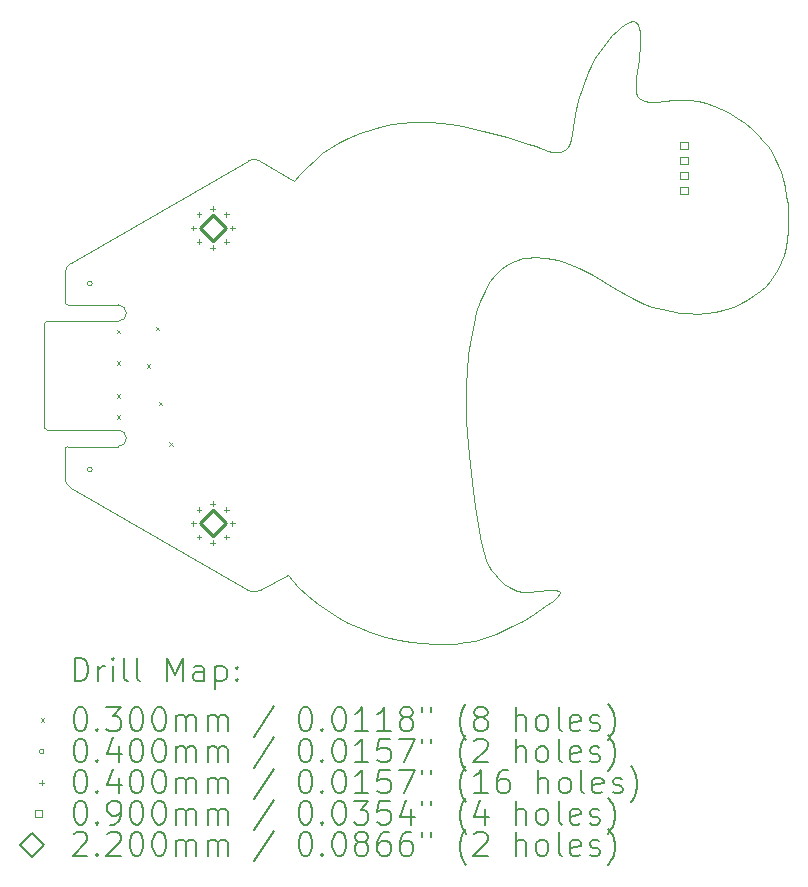
<source format=gbr>
%TF.GenerationSoftware,KiCad,Pcbnew,8.0.1*%
%TF.CreationDate,2024-04-20T17:20:38+01:00*%
%TF.ProjectId,le-carnard-bleu,6c652d63-6172-46e6-9172-642d626c6575,rev?*%
%TF.SameCoordinates,Original*%
%TF.FileFunction,Drillmap*%
%TF.FilePolarity,Positive*%
%FSLAX45Y45*%
G04 Gerber Fmt 4.5, Leading zero omitted, Abs format (unit mm)*
G04 Created by KiCad (PCBNEW 8.0.1) date 2024-04-20 17:20:38*
%MOMM*%
%LPD*%
G01*
G04 APERTURE LIST*
%ADD10C,0.050000*%
%ADD11C,0.100000*%
%ADD12C,0.200000*%
%ADD13C,0.220000*%
G04 APERTURE END LIST*
D10*
X14062362Y-11954187D02*
X13969174Y-12017915D01*
X13539312Y-7927927D02*
X13744995Y-7982254D01*
X15982345Y-8109788D02*
X16011429Y-8161501D01*
X16011429Y-8161501D02*
X16036590Y-8215497D01*
X16093503Y-8400858D02*
X16108487Y-8476580D01*
X13537757Y-11478174D02*
X13551874Y-11525647D01*
X13271338Y-7872823D02*
X13359603Y-7887603D01*
X14183028Y-11851274D02*
X14171638Y-11865920D01*
X14800575Y-6998886D02*
X14816168Y-6999422D01*
X12113350Y-8171475D02*
X12179888Y-8117483D01*
X12848353Y-7860675D02*
X12929211Y-7854865D01*
X14240381Y-8082381D02*
X14259191Y-8061102D01*
X14047946Y-8085048D02*
X14085411Y-8096157D01*
X13874914Y-12074548D02*
X13763503Y-12131912D01*
X14882621Y-7667105D02*
X14910846Y-7677166D01*
X14871594Y-7193538D02*
X14861194Y-7323810D01*
X14837861Y-7473988D02*
X14831992Y-7556670D01*
X10050000Y-9047373D02*
X11549999Y-8181347D01*
X15815912Y-7908412D02*
X15866597Y-7958670D01*
X15573794Y-9443232D02*
X15501091Y-9458841D01*
X16036590Y-8215497D02*
X16058325Y-8272744D01*
D11*
X10025000Y-9400000D02*
G75*
G02*
X10000000Y-9375000I0J25000D01*
G01*
D10*
X16123478Y-8616052D02*
X16124870Y-8692682D01*
X15222797Y-7664190D02*
X15292091Y-7668617D01*
X14631380Y-7119253D02*
X14671601Y-7079312D01*
X14086927Y-11817587D02*
X14145554Y-11816194D01*
X14274524Y-8032312D02*
X14286816Y-7995371D01*
X14817338Y-9350680D02*
X14727156Y-9304119D01*
X13748369Y-9058532D02*
X13691419Y-9098772D01*
X13985616Y-8057293D02*
X14021061Y-8073111D01*
X11974929Y-11785083D02*
X11887200Y-11684000D01*
X13825372Y-11818928D02*
X13875754Y-11830600D01*
X13097311Y-7855609D02*
X13183778Y-7862158D01*
X14186855Y-11829994D02*
X14188093Y-11839341D01*
X14074231Y-9003125D02*
X13970943Y-8997780D01*
X13387231Y-12259076D02*
X13302786Y-12269390D01*
X14286816Y-7995371D02*
X14296503Y-7949641D01*
X13636627Y-11680530D02*
X13666623Y-11714492D01*
X14125118Y-8104352D02*
X14158728Y-8107547D01*
X12141940Y-11934874D02*
X12054763Y-11862767D01*
X14910846Y-7677166D02*
X14948099Y-7681094D01*
X12479386Y-12131408D02*
X12394405Y-12093902D01*
X12054763Y-11862767D02*
X11974929Y-11785083D01*
X14862274Y-7055927D02*
X14868754Y-7092531D01*
X13392803Y-10214431D02*
X13394686Y-10364435D01*
X14003640Y-11826263D02*
X14086927Y-11817587D01*
X16102616Y-8910812D02*
X16084167Y-8977216D01*
X12394405Y-12093902D02*
X12317398Y-12053004D01*
X14829754Y-7004839D02*
X14841700Y-7015095D01*
X12048202Y-8230931D02*
X12113350Y-8171475D01*
X12770142Y-7870607D02*
X12848353Y-7860675D01*
X13394686Y-10364435D02*
X13400315Y-10486250D01*
X14467636Y-9151374D02*
X14348073Y-9089590D01*
X11549999Y-8181347D02*
G75*
G02*
X11649999Y-8181347I50000J-86602D01*
G01*
X15948843Y-8059390D02*
X15982345Y-8109788D01*
X15971140Y-9194653D02*
X15931268Y-9239223D01*
X14816168Y-6999422D02*
X14829754Y-7004839D01*
X15691083Y-7814349D02*
X15757312Y-7860233D01*
X10050000Y-10952627D02*
X11549999Y-11818652D01*
X16036032Y-9094899D02*
X16005909Y-9146734D01*
X15204192Y-9467177D02*
X15127871Y-9455711D01*
X15001643Y-7679037D02*
X15078743Y-7671147D01*
X14552186Y-7214545D02*
X14631380Y-7119253D01*
X16108487Y-8476580D02*
X16118248Y-8546164D01*
X13515578Y-11367133D02*
X13537757Y-11478174D01*
X15757312Y-7860233D02*
X15815912Y-7908412D01*
X13483215Y-9462263D02*
X13459835Y-9557089D01*
X15279559Y-9473218D02*
X15204192Y-9467177D01*
X14348073Y-9089590D02*
X14264845Y-9052755D01*
X14176663Y-9021976D02*
X14074231Y-9003125D01*
X14727156Y-9304119D02*
X14644357Y-9256271D01*
X13744995Y-7982254D02*
X13923347Y-8035632D01*
X13496642Y-11254126D02*
X13515578Y-11367133D01*
X13400282Y-9958356D02*
X13394668Y-10068364D01*
X15050480Y-9438815D02*
X14971906Y-9416483D01*
X14902917Y-9390089D02*
X14817338Y-9350680D01*
X10000000Y-9375000D02*
X10000000Y-9133975D01*
X13552497Y-9282909D02*
X13515740Y-9366677D01*
X16061966Y-9038581D02*
X16036032Y-9094899D01*
X14347488Y-7664969D02*
X14383264Y-7546891D01*
X14710830Y-7046401D02*
X14761909Y-7012629D01*
X14264845Y-9052755D02*
X14223372Y-9035973D01*
X14671601Y-7079312D02*
X14710830Y-7046401D01*
X16118248Y-8546164D02*
X16123478Y-8616052D01*
X13720142Y-11765203D02*
X13772240Y-11796515D01*
X13970943Y-8997780D02*
X13923163Y-9000664D01*
X13515740Y-9366677D02*
X13483215Y-9462263D01*
X16077130Y-8334208D02*
X16093503Y-8400858D01*
X14834399Y-7598878D02*
X14842619Y-7629128D01*
X13880191Y-9007515D02*
X13811183Y-9028238D01*
X15292091Y-7668617D02*
X15359771Y-7678353D01*
X12605107Y-7909403D02*
X12694966Y-7884663D01*
X15617514Y-7770977D02*
X15691083Y-7814349D01*
X12501456Y-7945627D02*
X12605107Y-7909403D01*
X13394668Y-10068364D02*
X13392803Y-10214431D01*
X13568472Y-11568820D02*
X13587899Y-11608493D01*
X13012326Y-7853177D02*
X13097311Y-7855609D01*
X12240216Y-12004769D02*
X12141940Y-11934874D01*
X14644357Y-9256271D02*
X14467636Y-9151374D01*
X10000000Y-9133975D02*
G75*
G02*
X10050002Y-9047376I100000J-5D01*
G01*
X12930146Y-12255301D02*
X12828532Y-12237937D01*
X14129788Y-11903861D02*
X14062362Y-11954187D01*
X10000000Y-10625000D02*
X10000000Y-10866024D01*
X14021061Y-8073111D02*
X14047946Y-8085048D01*
X12580485Y-12169464D02*
X12479386Y-12131408D01*
X13587899Y-11608493D02*
X13610501Y-11645463D01*
X14190586Y-8104964D02*
X14217658Y-8096788D01*
X14428294Y-7427009D02*
X14452319Y-7374708D01*
X14223372Y-9035973D02*
X14176663Y-9021976D01*
X12828532Y-12237937D02*
X12705801Y-12210029D01*
X12317398Y-12053004D02*
X12240216Y-12004769D01*
X13593811Y-9210586D02*
X13552497Y-9282909D01*
X13473731Y-11113634D02*
X13496642Y-11254126D01*
X15866597Y-7958670D02*
X15910426Y-8009340D01*
X15078743Y-7671147D02*
X15151734Y-7665043D01*
X15630080Y-9427358D02*
X15573794Y-9443232D01*
X14858183Y-7650758D02*
X14882621Y-7667105D01*
X15554711Y-7739711D02*
X15617514Y-7770977D01*
X14145554Y-11816194D02*
X14179337Y-11823106D01*
X13459835Y-9557089D02*
X13436595Y-9681099D01*
X14321046Y-7780936D02*
X14347488Y-7664969D01*
X14296503Y-7949641D02*
X14304022Y-7894481D01*
X16115161Y-8843968D02*
X16102616Y-8910812D01*
X14782611Y-7003275D02*
X14800575Y-6998886D01*
X16058325Y-8272744D02*
X16077130Y-8334208D01*
X14383264Y-7546891D02*
X14428294Y-7427009D01*
X15679096Y-9409418D02*
X15630080Y-9427358D01*
X16084167Y-8977216D02*
X16061966Y-9038581D01*
X13923347Y-8035632D02*
X13985616Y-8057293D01*
X13551874Y-11525647D02*
X13568472Y-11568820D01*
X14841700Y-7015095D02*
X14852369Y-7030149D01*
X13640009Y-9149332D02*
X13593811Y-9210586D01*
X11649999Y-8181347D02*
X11936000Y-8351000D01*
X15354088Y-9473839D02*
X15279559Y-9473218D01*
D11*
X10000000Y-10625000D02*
G75*
G02*
X10025000Y-10600000I25000J0D01*
G01*
D10*
X14179337Y-11823106D02*
X14186855Y-11829994D01*
X14481679Y-7320917D02*
X14552186Y-7214545D01*
X14452319Y-7374708D02*
X14481679Y-7320917D01*
X15127871Y-9455711D02*
X15050480Y-9438815D01*
X13302786Y-12269390D02*
X13214802Y-12274171D01*
X15490924Y-7713871D02*
X15554711Y-7739711D01*
X14085411Y-8096157D02*
X14125118Y-8104352D01*
X14188093Y-11839341D02*
X14183028Y-11851274D01*
X15885837Y-9281010D02*
X15834389Y-9320578D01*
X14868754Y-7092531D02*
X14871594Y-7193538D01*
X14217658Y-8096788D02*
X14240381Y-8082381D01*
X14761909Y-7012629D02*
X14782611Y-7003275D01*
X14158728Y-8107547D02*
X14190586Y-8104964D01*
X10050000Y-10952627D02*
G75*
G02*
X9999996Y-10866024I50000J86607D01*
G01*
X16124870Y-8692682D02*
X16122385Y-8772615D01*
X13415932Y-9819713D02*
X13400282Y-9958356D01*
X12399157Y-7987586D02*
X12501456Y-7945627D01*
X14171638Y-11865920D02*
X14129788Y-11903861D01*
X11936000Y-8351000D02*
X11985388Y-8294940D01*
X12705801Y-12210029D02*
X12580485Y-12169464D01*
X14259191Y-8061102D02*
X14274524Y-8032312D01*
X13923163Y-9000664D02*
X13880191Y-9007515D01*
X15501091Y-9458841D02*
X15427894Y-9469045D01*
X13610501Y-11645463D02*
X13636627Y-11680530D01*
X13772240Y-11796515D02*
X13825372Y-11818928D01*
X13811183Y-9028238D02*
X13748369Y-9058532D01*
X13400315Y-10486250D02*
X13418406Y-10672610D01*
X13436595Y-9681099D02*
X13415932Y-9819713D01*
X14831992Y-7556670D02*
X14834399Y-7598878D01*
X12929211Y-7854865D02*
X13012326Y-7853177D01*
X11649999Y-11818652D02*
G75*
G02*
X11549999Y-11818652I-50000J86602D01*
G01*
X13875754Y-11830600D02*
X13932229Y-11832666D01*
X13123333Y-12273417D02*
X13028430Y-12267128D01*
X15427894Y-9469045D02*
X15354088Y-9473839D01*
X13183778Y-7862158D02*
X13271338Y-7872823D01*
X15726129Y-9387200D02*
X15679096Y-9409418D01*
X13666623Y-11714492D02*
X13720142Y-11765203D01*
X13214802Y-12274171D02*
X13123333Y-12273417D01*
X13445265Y-10900767D02*
X13473731Y-11113634D01*
X15359771Y-7678353D02*
X15425997Y-7693429D01*
X13932229Y-11832666D02*
X14003640Y-11826263D01*
X13969174Y-12017915D02*
X13874914Y-12074548D01*
X13418406Y-10672610D02*
X13445265Y-10900767D01*
X13691419Y-9098772D02*
X13640009Y-9149332D01*
X12313356Y-8029531D02*
X12399157Y-7987586D01*
X13359603Y-7887603D02*
X13539312Y-7927927D01*
X12246871Y-8069864D02*
X12313356Y-8029531D01*
X15834389Y-9320578D02*
X15776467Y-9358496D01*
X15910426Y-8009340D02*
X15948843Y-8059390D01*
X16005909Y-9146734D02*
X15971140Y-9194653D01*
X15776467Y-9358496D02*
X15726129Y-9387200D01*
X14948099Y-7681094D02*
X15001643Y-7679037D01*
X11649999Y-11818652D02*
X11887200Y-11684000D01*
X14971906Y-9416483D02*
X14902917Y-9390089D01*
X15151734Y-7665043D02*
X15222797Y-7664190D01*
X14842619Y-7629128D02*
X14858183Y-7650758D01*
X13545300Y-12221851D02*
X13468087Y-12243229D01*
X12694966Y-7884663D02*
X12770142Y-7870607D01*
X12179888Y-8117483D02*
X12246871Y-8069864D01*
X14861194Y-7323810D02*
X14837861Y-7473988D01*
X15425997Y-7693429D02*
X15490924Y-7713871D01*
X15931268Y-9239223D02*
X15885837Y-9281010D01*
X13028430Y-12267128D02*
X12930146Y-12255301D01*
X13648958Y-12183261D02*
X13545300Y-12221851D01*
X14852369Y-7030149D02*
X14862274Y-7055927D01*
X16122385Y-8772615D02*
X16115161Y-8843968D01*
X13468087Y-12243229D02*
X13387231Y-12259076D01*
X11985388Y-8294940D02*
X12048202Y-8230931D01*
X14304022Y-7894481D02*
X14321046Y-7780936D01*
X13763503Y-12131912D02*
X13648958Y-12183261D01*
X9825000Y-10440000D02*
X9825000Y-9560000D01*
X10450000Y-9400000D02*
X10025000Y-9400000D01*
X10450000Y-9540000D02*
X9845000Y-9540000D01*
X10450000Y-10460000D02*
X9845000Y-10460000D01*
X10450000Y-10600000D02*
X10025000Y-10600000D01*
X9825000Y-9560000D02*
G75*
G02*
X9845000Y-9540000I20000J0D01*
G01*
X9845000Y-10460000D02*
G75*
G02*
X9825000Y-10440000I0J20000D01*
G01*
X10450000Y-9400000D02*
G75*
G02*
X10520000Y-9470000I0J-70000D01*
G01*
X10450000Y-10460000D02*
G75*
G02*
X10520000Y-10530000I0J-70000D01*
G01*
X10520000Y-9470000D02*
G75*
G02*
X10450000Y-9540000I-70000J0D01*
G01*
X10520000Y-10530000D02*
G75*
G02*
X10450000Y-10600000I-70000J0D01*
G01*
D12*
D11*
X10437100Y-9611600D02*
X10467100Y-9641600D01*
X10467100Y-9611600D02*
X10437100Y-9641600D01*
X10437100Y-9878300D02*
X10467100Y-9908300D01*
X10467100Y-9878300D02*
X10437100Y-9908300D01*
X10437100Y-10157700D02*
X10467100Y-10187700D01*
X10467100Y-10157700D02*
X10437100Y-10187700D01*
X10437100Y-10335500D02*
X10467100Y-10365500D01*
X10467100Y-10335500D02*
X10437100Y-10365500D01*
X10691100Y-9901350D02*
X10721100Y-9931350D01*
X10721100Y-9901350D02*
X10691100Y-9931350D01*
X10767300Y-9586200D02*
X10797300Y-9616200D01*
X10797300Y-9586200D02*
X10767300Y-9616200D01*
X10792700Y-10221200D02*
X10822700Y-10251200D01*
X10822700Y-10221200D02*
X10792700Y-10251200D01*
X10881600Y-10564100D02*
X10911600Y-10594100D01*
X10911600Y-10564100D02*
X10881600Y-10594100D01*
X10230800Y-9220200D02*
G75*
G02*
X10190800Y-9220200I-20000J0D01*
G01*
X10190800Y-9220200D02*
G75*
G02*
X10230800Y-9220200I20000J0D01*
G01*
X10230800Y-10795000D02*
G75*
G02*
X10190800Y-10795000I-20000J0D01*
G01*
X10190800Y-10795000D02*
G75*
G02*
X10230800Y-10795000I20000J0D01*
G01*
X11085000Y-8730000D02*
X11085000Y-8770000D01*
X11065000Y-8750000D02*
X11105000Y-8750000D01*
X11085000Y-11230000D02*
X11085000Y-11270000D01*
X11065000Y-11250000D02*
X11105000Y-11250000D01*
X11133327Y-8613327D02*
X11133327Y-8653327D01*
X11113327Y-8633327D02*
X11153327Y-8633327D01*
X11133327Y-8846673D02*
X11133327Y-8886673D01*
X11113327Y-8866673D02*
X11153327Y-8866673D01*
X11133327Y-11113327D02*
X11133327Y-11153327D01*
X11113327Y-11133327D02*
X11153327Y-11133327D01*
X11133327Y-11346673D02*
X11133327Y-11386673D01*
X11113327Y-11366673D02*
X11153327Y-11366673D01*
X11250000Y-8565000D02*
X11250000Y-8605000D01*
X11230000Y-8585000D02*
X11270000Y-8585000D01*
X11250000Y-8895000D02*
X11250000Y-8935000D01*
X11230000Y-8915000D02*
X11270000Y-8915000D01*
X11250000Y-11065000D02*
X11250000Y-11105000D01*
X11230000Y-11085000D02*
X11270000Y-11085000D01*
X11250000Y-11395000D02*
X11250000Y-11435000D01*
X11230000Y-11415000D02*
X11270000Y-11415000D01*
X11366673Y-8613327D02*
X11366673Y-8653327D01*
X11346673Y-8633327D02*
X11386673Y-8633327D01*
X11366673Y-8846673D02*
X11366673Y-8886673D01*
X11346673Y-8866673D02*
X11386673Y-8866673D01*
X11366673Y-11113327D02*
X11366673Y-11153327D01*
X11346673Y-11133327D02*
X11386673Y-11133327D01*
X11366673Y-11346673D02*
X11366673Y-11386673D01*
X11346673Y-11366673D02*
X11386673Y-11366673D01*
X11415000Y-8730000D02*
X11415000Y-8770000D01*
X11395000Y-8750000D02*
X11435000Y-8750000D01*
X11415000Y-11230000D02*
X11415000Y-11270000D01*
X11395000Y-11250000D02*
X11435000Y-11250000D01*
X15271820Y-8083620D02*
X15271820Y-8019980D01*
X15208180Y-8019980D01*
X15208180Y-8083620D01*
X15271820Y-8083620D01*
X15271820Y-8210620D02*
X15271820Y-8146980D01*
X15208180Y-8146980D01*
X15208180Y-8210620D01*
X15271820Y-8210620D01*
X15271820Y-8337620D02*
X15271820Y-8273980D01*
X15208180Y-8273980D01*
X15208180Y-8337620D01*
X15271820Y-8337620D01*
X15271820Y-8464620D02*
X15271820Y-8400980D01*
X15208180Y-8400980D01*
X15208180Y-8464620D01*
X15271820Y-8464620D01*
D13*
X11250000Y-8860000D02*
X11360000Y-8750000D01*
X11250000Y-8640000D01*
X11140000Y-8750000D01*
X11250000Y-8860000D01*
X11250000Y-11360000D02*
X11360000Y-11250000D01*
X11250000Y-11140000D01*
X11140000Y-11250000D01*
X11250000Y-11360000D01*
D12*
X10083277Y-12588155D02*
X10083277Y-12388155D01*
X10083277Y-12388155D02*
X10130896Y-12388155D01*
X10130896Y-12388155D02*
X10159467Y-12397678D01*
X10159467Y-12397678D02*
X10178515Y-12416726D01*
X10178515Y-12416726D02*
X10188039Y-12435774D01*
X10188039Y-12435774D02*
X10197563Y-12473869D01*
X10197563Y-12473869D02*
X10197563Y-12502440D01*
X10197563Y-12502440D02*
X10188039Y-12540536D01*
X10188039Y-12540536D02*
X10178515Y-12559583D01*
X10178515Y-12559583D02*
X10159467Y-12578631D01*
X10159467Y-12578631D02*
X10130896Y-12588155D01*
X10130896Y-12588155D02*
X10083277Y-12588155D01*
X10283277Y-12588155D02*
X10283277Y-12454821D01*
X10283277Y-12492917D02*
X10292801Y-12473869D01*
X10292801Y-12473869D02*
X10302324Y-12464345D01*
X10302324Y-12464345D02*
X10321372Y-12454821D01*
X10321372Y-12454821D02*
X10340420Y-12454821D01*
X10407086Y-12588155D02*
X10407086Y-12454821D01*
X10407086Y-12388155D02*
X10397563Y-12397678D01*
X10397563Y-12397678D02*
X10407086Y-12407202D01*
X10407086Y-12407202D02*
X10416610Y-12397678D01*
X10416610Y-12397678D02*
X10407086Y-12388155D01*
X10407086Y-12388155D02*
X10407086Y-12407202D01*
X10530896Y-12588155D02*
X10511848Y-12578631D01*
X10511848Y-12578631D02*
X10502324Y-12559583D01*
X10502324Y-12559583D02*
X10502324Y-12388155D01*
X10635658Y-12588155D02*
X10616610Y-12578631D01*
X10616610Y-12578631D02*
X10607086Y-12559583D01*
X10607086Y-12559583D02*
X10607086Y-12388155D01*
X10864229Y-12588155D02*
X10864229Y-12388155D01*
X10864229Y-12388155D02*
X10930896Y-12531012D01*
X10930896Y-12531012D02*
X10997563Y-12388155D01*
X10997563Y-12388155D02*
X10997563Y-12588155D01*
X11178515Y-12588155D02*
X11178515Y-12483393D01*
X11178515Y-12483393D02*
X11168991Y-12464345D01*
X11168991Y-12464345D02*
X11149944Y-12454821D01*
X11149944Y-12454821D02*
X11111848Y-12454821D01*
X11111848Y-12454821D02*
X11092801Y-12464345D01*
X11178515Y-12578631D02*
X11159467Y-12588155D01*
X11159467Y-12588155D02*
X11111848Y-12588155D01*
X11111848Y-12588155D02*
X11092801Y-12578631D01*
X11092801Y-12578631D02*
X11083277Y-12559583D01*
X11083277Y-12559583D02*
X11083277Y-12540536D01*
X11083277Y-12540536D02*
X11092801Y-12521488D01*
X11092801Y-12521488D02*
X11111848Y-12511964D01*
X11111848Y-12511964D02*
X11159467Y-12511964D01*
X11159467Y-12511964D02*
X11178515Y-12502440D01*
X11273753Y-12454821D02*
X11273753Y-12654821D01*
X11273753Y-12464345D02*
X11292801Y-12454821D01*
X11292801Y-12454821D02*
X11330896Y-12454821D01*
X11330896Y-12454821D02*
X11349943Y-12464345D01*
X11349943Y-12464345D02*
X11359467Y-12473869D01*
X11359467Y-12473869D02*
X11368991Y-12492917D01*
X11368991Y-12492917D02*
X11368991Y-12550059D01*
X11368991Y-12550059D02*
X11359467Y-12569107D01*
X11359467Y-12569107D02*
X11349943Y-12578631D01*
X11349943Y-12578631D02*
X11330896Y-12588155D01*
X11330896Y-12588155D02*
X11292801Y-12588155D01*
X11292801Y-12588155D02*
X11273753Y-12578631D01*
X11454705Y-12569107D02*
X11464229Y-12578631D01*
X11464229Y-12578631D02*
X11454705Y-12588155D01*
X11454705Y-12588155D02*
X11445182Y-12578631D01*
X11445182Y-12578631D02*
X11454705Y-12569107D01*
X11454705Y-12569107D02*
X11454705Y-12588155D01*
X11454705Y-12464345D02*
X11464229Y-12473869D01*
X11464229Y-12473869D02*
X11454705Y-12483393D01*
X11454705Y-12483393D02*
X11445182Y-12473869D01*
X11445182Y-12473869D02*
X11454705Y-12464345D01*
X11454705Y-12464345D02*
X11454705Y-12483393D01*
D11*
X9792500Y-12901671D02*
X9822500Y-12931671D01*
X9822500Y-12901671D02*
X9792500Y-12931671D01*
D12*
X10121372Y-12808155D02*
X10140420Y-12808155D01*
X10140420Y-12808155D02*
X10159467Y-12817678D01*
X10159467Y-12817678D02*
X10168991Y-12827202D01*
X10168991Y-12827202D02*
X10178515Y-12846250D01*
X10178515Y-12846250D02*
X10188039Y-12884345D01*
X10188039Y-12884345D02*
X10188039Y-12931964D01*
X10188039Y-12931964D02*
X10178515Y-12970059D01*
X10178515Y-12970059D02*
X10168991Y-12989107D01*
X10168991Y-12989107D02*
X10159467Y-12998631D01*
X10159467Y-12998631D02*
X10140420Y-13008155D01*
X10140420Y-13008155D02*
X10121372Y-13008155D01*
X10121372Y-13008155D02*
X10102324Y-12998631D01*
X10102324Y-12998631D02*
X10092801Y-12989107D01*
X10092801Y-12989107D02*
X10083277Y-12970059D01*
X10083277Y-12970059D02*
X10073753Y-12931964D01*
X10073753Y-12931964D02*
X10073753Y-12884345D01*
X10073753Y-12884345D02*
X10083277Y-12846250D01*
X10083277Y-12846250D02*
X10092801Y-12827202D01*
X10092801Y-12827202D02*
X10102324Y-12817678D01*
X10102324Y-12817678D02*
X10121372Y-12808155D01*
X10273753Y-12989107D02*
X10283277Y-12998631D01*
X10283277Y-12998631D02*
X10273753Y-13008155D01*
X10273753Y-13008155D02*
X10264229Y-12998631D01*
X10264229Y-12998631D02*
X10273753Y-12989107D01*
X10273753Y-12989107D02*
X10273753Y-13008155D01*
X10349944Y-12808155D02*
X10473753Y-12808155D01*
X10473753Y-12808155D02*
X10407086Y-12884345D01*
X10407086Y-12884345D02*
X10435658Y-12884345D01*
X10435658Y-12884345D02*
X10454705Y-12893869D01*
X10454705Y-12893869D02*
X10464229Y-12903393D01*
X10464229Y-12903393D02*
X10473753Y-12922440D01*
X10473753Y-12922440D02*
X10473753Y-12970059D01*
X10473753Y-12970059D02*
X10464229Y-12989107D01*
X10464229Y-12989107D02*
X10454705Y-12998631D01*
X10454705Y-12998631D02*
X10435658Y-13008155D01*
X10435658Y-13008155D02*
X10378515Y-13008155D01*
X10378515Y-13008155D02*
X10359467Y-12998631D01*
X10359467Y-12998631D02*
X10349944Y-12989107D01*
X10597563Y-12808155D02*
X10616610Y-12808155D01*
X10616610Y-12808155D02*
X10635658Y-12817678D01*
X10635658Y-12817678D02*
X10645182Y-12827202D01*
X10645182Y-12827202D02*
X10654705Y-12846250D01*
X10654705Y-12846250D02*
X10664229Y-12884345D01*
X10664229Y-12884345D02*
X10664229Y-12931964D01*
X10664229Y-12931964D02*
X10654705Y-12970059D01*
X10654705Y-12970059D02*
X10645182Y-12989107D01*
X10645182Y-12989107D02*
X10635658Y-12998631D01*
X10635658Y-12998631D02*
X10616610Y-13008155D01*
X10616610Y-13008155D02*
X10597563Y-13008155D01*
X10597563Y-13008155D02*
X10578515Y-12998631D01*
X10578515Y-12998631D02*
X10568991Y-12989107D01*
X10568991Y-12989107D02*
X10559467Y-12970059D01*
X10559467Y-12970059D02*
X10549944Y-12931964D01*
X10549944Y-12931964D02*
X10549944Y-12884345D01*
X10549944Y-12884345D02*
X10559467Y-12846250D01*
X10559467Y-12846250D02*
X10568991Y-12827202D01*
X10568991Y-12827202D02*
X10578515Y-12817678D01*
X10578515Y-12817678D02*
X10597563Y-12808155D01*
X10788039Y-12808155D02*
X10807086Y-12808155D01*
X10807086Y-12808155D02*
X10826134Y-12817678D01*
X10826134Y-12817678D02*
X10835658Y-12827202D01*
X10835658Y-12827202D02*
X10845182Y-12846250D01*
X10845182Y-12846250D02*
X10854705Y-12884345D01*
X10854705Y-12884345D02*
X10854705Y-12931964D01*
X10854705Y-12931964D02*
X10845182Y-12970059D01*
X10845182Y-12970059D02*
X10835658Y-12989107D01*
X10835658Y-12989107D02*
X10826134Y-12998631D01*
X10826134Y-12998631D02*
X10807086Y-13008155D01*
X10807086Y-13008155D02*
X10788039Y-13008155D01*
X10788039Y-13008155D02*
X10768991Y-12998631D01*
X10768991Y-12998631D02*
X10759467Y-12989107D01*
X10759467Y-12989107D02*
X10749944Y-12970059D01*
X10749944Y-12970059D02*
X10740420Y-12931964D01*
X10740420Y-12931964D02*
X10740420Y-12884345D01*
X10740420Y-12884345D02*
X10749944Y-12846250D01*
X10749944Y-12846250D02*
X10759467Y-12827202D01*
X10759467Y-12827202D02*
X10768991Y-12817678D01*
X10768991Y-12817678D02*
X10788039Y-12808155D01*
X10940420Y-13008155D02*
X10940420Y-12874821D01*
X10940420Y-12893869D02*
X10949944Y-12884345D01*
X10949944Y-12884345D02*
X10968991Y-12874821D01*
X10968991Y-12874821D02*
X10997563Y-12874821D01*
X10997563Y-12874821D02*
X11016610Y-12884345D01*
X11016610Y-12884345D02*
X11026134Y-12903393D01*
X11026134Y-12903393D02*
X11026134Y-13008155D01*
X11026134Y-12903393D02*
X11035658Y-12884345D01*
X11035658Y-12884345D02*
X11054705Y-12874821D01*
X11054705Y-12874821D02*
X11083277Y-12874821D01*
X11083277Y-12874821D02*
X11102325Y-12884345D01*
X11102325Y-12884345D02*
X11111848Y-12903393D01*
X11111848Y-12903393D02*
X11111848Y-13008155D01*
X11207086Y-13008155D02*
X11207086Y-12874821D01*
X11207086Y-12893869D02*
X11216610Y-12884345D01*
X11216610Y-12884345D02*
X11235658Y-12874821D01*
X11235658Y-12874821D02*
X11264229Y-12874821D01*
X11264229Y-12874821D02*
X11283277Y-12884345D01*
X11283277Y-12884345D02*
X11292801Y-12903393D01*
X11292801Y-12903393D02*
X11292801Y-13008155D01*
X11292801Y-12903393D02*
X11302324Y-12884345D01*
X11302324Y-12884345D02*
X11321372Y-12874821D01*
X11321372Y-12874821D02*
X11349943Y-12874821D01*
X11349943Y-12874821D02*
X11368991Y-12884345D01*
X11368991Y-12884345D02*
X11378515Y-12903393D01*
X11378515Y-12903393D02*
X11378515Y-13008155D01*
X11768991Y-12798631D02*
X11597563Y-13055774D01*
X12026134Y-12808155D02*
X12045182Y-12808155D01*
X12045182Y-12808155D02*
X12064229Y-12817678D01*
X12064229Y-12817678D02*
X12073753Y-12827202D01*
X12073753Y-12827202D02*
X12083277Y-12846250D01*
X12083277Y-12846250D02*
X12092801Y-12884345D01*
X12092801Y-12884345D02*
X12092801Y-12931964D01*
X12092801Y-12931964D02*
X12083277Y-12970059D01*
X12083277Y-12970059D02*
X12073753Y-12989107D01*
X12073753Y-12989107D02*
X12064229Y-12998631D01*
X12064229Y-12998631D02*
X12045182Y-13008155D01*
X12045182Y-13008155D02*
X12026134Y-13008155D01*
X12026134Y-13008155D02*
X12007086Y-12998631D01*
X12007086Y-12998631D02*
X11997563Y-12989107D01*
X11997563Y-12989107D02*
X11988039Y-12970059D01*
X11988039Y-12970059D02*
X11978515Y-12931964D01*
X11978515Y-12931964D02*
X11978515Y-12884345D01*
X11978515Y-12884345D02*
X11988039Y-12846250D01*
X11988039Y-12846250D02*
X11997563Y-12827202D01*
X11997563Y-12827202D02*
X12007086Y-12817678D01*
X12007086Y-12817678D02*
X12026134Y-12808155D01*
X12178515Y-12989107D02*
X12188039Y-12998631D01*
X12188039Y-12998631D02*
X12178515Y-13008155D01*
X12178515Y-13008155D02*
X12168991Y-12998631D01*
X12168991Y-12998631D02*
X12178515Y-12989107D01*
X12178515Y-12989107D02*
X12178515Y-13008155D01*
X12311848Y-12808155D02*
X12330896Y-12808155D01*
X12330896Y-12808155D02*
X12349944Y-12817678D01*
X12349944Y-12817678D02*
X12359467Y-12827202D01*
X12359467Y-12827202D02*
X12368991Y-12846250D01*
X12368991Y-12846250D02*
X12378515Y-12884345D01*
X12378515Y-12884345D02*
X12378515Y-12931964D01*
X12378515Y-12931964D02*
X12368991Y-12970059D01*
X12368991Y-12970059D02*
X12359467Y-12989107D01*
X12359467Y-12989107D02*
X12349944Y-12998631D01*
X12349944Y-12998631D02*
X12330896Y-13008155D01*
X12330896Y-13008155D02*
X12311848Y-13008155D01*
X12311848Y-13008155D02*
X12292801Y-12998631D01*
X12292801Y-12998631D02*
X12283277Y-12989107D01*
X12283277Y-12989107D02*
X12273753Y-12970059D01*
X12273753Y-12970059D02*
X12264229Y-12931964D01*
X12264229Y-12931964D02*
X12264229Y-12884345D01*
X12264229Y-12884345D02*
X12273753Y-12846250D01*
X12273753Y-12846250D02*
X12283277Y-12827202D01*
X12283277Y-12827202D02*
X12292801Y-12817678D01*
X12292801Y-12817678D02*
X12311848Y-12808155D01*
X12568991Y-13008155D02*
X12454706Y-13008155D01*
X12511848Y-13008155D02*
X12511848Y-12808155D01*
X12511848Y-12808155D02*
X12492801Y-12836726D01*
X12492801Y-12836726D02*
X12473753Y-12855774D01*
X12473753Y-12855774D02*
X12454706Y-12865297D01*
X12759467Y-13008155D02*
X12645182Y-13008155D01*
X12702325Y-13008155D02*
X12702325Y-12808155D01*
X12702325Y-12808155D02*
X12683277Y-12836726D01*
X12683277Y-12836726D02*
X12664229Y-12855774D01*
X12664229Y-12855774D02*
X12645182Y-12865297D01*
X12873753Y-12893869D02*
X12854706Y-12884345D01*
X12854706Y-12884345D02*
X12845182Y-12874821D01*
X12845182Y-12874821D02*
X12835658Y-12855774D01*
X12835658Y-12855774D02*
X12835658Y-12846250D01*
X12835658Y-12846250D02*
X12845182Y-12827202D01*
X12845182Y-12827202D02*
X12854706Y-12817678D01*
X12854706Y-12817678D02*
X12873753Y-12808155D01*
X12873753Y-12808155D02*
X12911848Y-12808155D01*
X12911848Y-12808155D02*
X12930896Y-12817678D01*
X12930896Y-12817678D02*
X12940420Y-12827202D01*
X12940420Y-12827202D02*
X12949944Y-12846250D01*
X12949944Y-12846250D02*
X12949944Y-12855774D01*
X12949944Y-12855774D02*
X12940420Y-12874821D01*
X12940420Y-12874821D02*
X12930896Y-12884345D01*
X12930896Y-12884345D02*
X12911848Y-12893869D01*
X12911848Y-12893869D02*
X12873753Y-12893869D01*
X12873753Y-12893869D02*
X12854706Y-12903393D01*
X12854706Y-12903393D02*
X12845182Y-12912917D01*
X12845182Y-12912917D02*
X12835658Y-12931964D01*
X12835658Y-12931964D02*
X12835658Y-12970059D01*
X12835658Y-12970059D02*
X12845182Y-12989107D01*
X12845182Y-12989107D02*
X12854706Y-12998631D01*
X12854706Y-12998631D02*
X12873753Y-13008155D01*
X12873753Y-13008155D02*
X12911848Y-13008155D01*
X12911848Y-13008155D02*
X12930896Y-12998631D01*
X12930896Y-12998631D02*
X12940420Y-12989107D01*
X12940420Y-12989107D02*
X12949944Y-12970059D01*
X12949944Y-12970059D02*
X12949944Y-12931964D01*
X12949944Y-12931964D02*
X12940420Y-12912917D01*
X12940420Y-12912917D02*
X12930896Y-12903393D01*
X12930896Y-12903393D02*
X12911848Y-12893869D01*
X13026134Y-12808155D02*
X13026134Y-12846250D01*
X13102325Y-12808155D02*
X13102325Y-12846250D01*
X13397563Y-13084345D02*
X13388039Y-13074821D01*
X13388039Y-13074821D02*
X13368991Y-13046250D01*
X13368991Y-13046250D02*
X13359468Y-13027202D01*
X13359468Y-13027202D02*
X13349944Y-12998631D01*
X13349944Y-12998631D02*
X13340420Y-12951012D01*
X13340420Y-12951012D02*
X13340420Y-12912917D01*
X13340420Y-12912917D02*
X13349944Y-12865297D01*
X13349944Y-12865297D02*
X13359468Y-12836726D01*
X13359468Y-12836726D02*
X13368991Y-12817678D01*
X13368991Y-12817678D02*
X13388039Y-12789107D01*
X13388039Y-12789107D02*
X13397563Y-12779583D01*
X13502325Y-12893869D02*
X13483277Y-12884345D01*
X13483277Y-12884345D02*
X13473753Y-12874821D01*
X13473753Y-12874821D02*
X13464229Y-12855774D01*
X13464229Y-12855774D02*
X13464229Y-12846250D01*
X13464229Y-12846250D02*
X13473753Y-12827202D01*
X13473753Y-12827202D02*
X13483277Y-12817678D01*
X13483277Y-12817678D02*
X13502325Y-12808155D01*
X13502325Y-12808155D02*
X13540420Y-12808155D01*
X13540420Y-12808155D02*
X13559468Y-12817678D01*
X13559468Y-12817678D02*
X13568991Y-12827202D01*
X13568991Y-12827202D02*
X13578515Y-12846250D01*
X13578515Y-12846250D02*
X13578515Y-12855774D01*
X13578515Y-12855774D02*
X13568991Y-12874821D01*
X13568991Y-12874821D02*
X13559468Y-12884345D01*
X13559468Y-12884345D02*
X13540420Y-12893869D01*
X13540420Y-12893869D02*
X13502325Y-12893869D01*
X13502325Y-12893869D02*
X13483277Y-12903393D01*
X13483277Y-12903393D02*
X13473753Y-12912917D01*
X13473753Y-12912917D02*
X13464229Y-12931964D01*
X13464229Y-12931964D02*
X13464229Y-12970059D01*
X13464229Y-12970059D02*
X13473753Y-12989107D01*
X13473753Y-12989107D02*
X13483277Y-12998631D01*
X13483277Y-12998631D02*
X13502325Y-13008155D01*
X13502325Y-13008155D02*
X13540420Y-13008155D01*
X13540420Y-13008155D02*
X13559468Y-12998631D01*
X13559468Y-12998631D02*
X13568991Y-12989107D01*
X13568991Y-12989107D02*
X13578515Y-12970059D01*
X13578515Y-12970059D02*
X13578515Y-12931964D01*
X13578515Y-12931964D02*
X13568991Y-12912917D01*
X13568991Y-12912917D02*
X13559468Y-12903393D01*
X13559468Y-12903393D02*
X13540420Y-12893869D01*
X13816610Y-13008155D02*
X13816610Y-12808155D01*
X13902325Y-13008155D02*
X13902325Y-12903393D01*
X13902325Y-12903393D02*
X13892801Y-12884345D01*
X13892801Y-12884345D02*
X13873753Y-12874821D01*
X13873753Y-12874821D02*
X13845182Y-12874821D01*
X13845182Y-12874821D02*
X13826134Y-12884345D01*
X13826134Y-12884345D02*
X13816610Y-12893869D01*
X14026134Y-13008155D02*
X14007087Y-12998631D01*
X14007087Y-12998631D02*
X13997563Y-12989107D01*
X13997563Y-12989107D02*
X13988039Y-12970059D01*
X13988039Y-12970059D02*
X13988039Y-12912917D01*
X13988039Y-12912917D02*
X13997563Y-12893869D01*
X13997563Y-12893869D02*
X14007087Y-12884345D01*
X14007087Y-12884345D02*
X14026134Y-12874821D01*
X14026134Y-12874821D02*
X14054706Y-12874821D01*
X14054706Y-12874821D02*
X14073753Y-12884345D01*
X14073753Y-12884345D02*
X14083277Y-12893869D01*
X14083277Y-12893869D02*
X14092801Y-12912917D01*
X14092801Y-12912917D02*
X14092801Y-12970059D01*
X14092801Y-12970059D02*
X14083277Y-12989107D01*
X14083277Y-12989107D02*
X14073753Y-12998631D01*
X14073753Y-12998631D02*
X14054706Y-13008155D01*
X14054706Y-13008155D02*
X14026134Y-13008155D01*
X14207087Y-13008155D02*
X14188039Y-12998631D01*
X14188039Y-12998631D02*
X14178515Y-12979583D01*
X14178515Y-12979583D02*
X14178515Y-12808155D01*
X14359468Y-12998631D02*
X14340420Y-13008155D01*
X14340420Y-13008155D02*
X14302325Y-13008155D01*
X14302325Y-13008155D02*
X14283277Y-12998631D01*
X14283277Y-12998631D02*
X14273753Y-12979583D01*
X14273753Y-12979583D02*
X14273753Y-12903393D01*
X14273753Y-12903393D02*
X14283277Y-12884345D01*
X14283277Y-12884345D02*
X14302325Y-12874821D01*
X14302325Y-12874821D02*
X14340420Y-12874821D01*
X14340420Y-12874821D02*
X14359468Y-12884345D01*
X14359468Y-12884345D02*
X14368991Y-12903393D01*
X14368991Y-12903393D02*
X14368991Y-12922440D01*
X14368991Y-12922440D02*
X14273753Y-12941488D01*
X14445182Y-12998631D02*
X14464230Y-13008155D01*
X14464230Y-13008155D02*
X14502325Y-13008155D01*
X14502325Y-13008155D02*
X14521372Y-12998631D01*
X14521372Y-12998631D02*
X14530896Y-12979583D01*
X14530896Y-12979583D02*
X14530896Y-12970059D01*
X14530896Y-12970059D02*
X14521372Y-12951012D01*
X14521372Y-12951012D02*
X14502325Y-12941488D01*
X14502325Y-12941488D02*
X14473753Y-12941488D01*
X14473753Y-12941488D02*
X14454706Y-12931964D01*
X14454706Y-12931964D02*
X14445182Y-12912917D01*
X14445182Y-12912917D02*
X14445182Y-12903393D01*
X14445182Y-12903393D02*
X14454706Y-12884345D01*
X14454706Y-12884345D02*
X14473753Y-12874821D01*
X14473753Y-12874821D02*
X14502325Y-12874821D01*
X14502325Y-12874821D02*
X14521372Y-12884345D01*
X14597563Y-13084345D02*
X14607087Y-13074821D01*
X14607087Y-13074821D02*
X14626134Y-13046250D01*
X14626134Y-13046250D02*
X14635658Y-13027202D01*
X14635658Y-13027202D02*
X14645182Y-12998631D01*
X14645182Y-12998631D02*
X14654706Y-12951012D01*
X14654706Y-12951012D02*
X14654706Y-12912917D01*
X14654706Y-12912917D02*
X14645182Y-12865297D01*
X14645182Y-12865297D02*
X14635658Y-12836726D01*
X14635658Y-12836726D02*
X14626134Y-12817678D01*
X14626134Y-12817678D02*
X14607087Y-12789107D01*
X14607087Y-12789107D02*
X14597563Y-12779583D01*
D11*
X9822500Y-13180671D02*
G75*
G02*
X9782500Y-13180671I-20000J0D01*
G01*
X9782500Y-13180671D02*
G75*
G02*
X9822500Y-13180671I20000J0D01*
G01*
D12*
X10121372Y-13072155D02*
X10140420Y-13072155D01*
X10140420Y-13072155D02*
X10159467Y-13081678D01*
X10159467Y-13081678D02*
X10168991Y-13091202D01*
X10168991Y-13091202D02*
X10178515Y-13110250D01*
X10178515Y-13110250D02*
X10188039Y-13148345D01*
X10188039Y-13148345D02*
X10188039Y-13195964D01*
X10188039Y-13195964D02*
X10178515Y-13234059D01*
X10178515Y-13234059D02*
X10168991Y-13253107D01*
X10168991Y-13253107D02*
X10159467Y-13262631D01*
X10159467Y-13262631D02*
X10140420Y-13272155D01*
X10140420Y-13272155D02*
X10121372Y-13272155D01*
X10121372Y-13272155D02*
X10102324Y-13262631D01*
X10102324Y-13262631D02*
X10092801Y-13253107D01*
X10092801Y-13253107D02*
X10083277Y-13234059D01*
X10083277Y-13234059D02*
X10073753Y-13195964D01*
X10073753Y-13195964D02*
X10073753Y-13148345D01*
X10073753Y-13148345D02*
X10083277Y-13110250D01*
X10083277Y-13110250D02*
X10092801Y-13091202D01*
X10092801Y-13091202D02*
X10102324Y-13081678D01*
X10102324Y-13081678D02*
X10121372Y-13072155D01*
X10273753Y-13253107D02*
X10283277Y-13262631D01*
X10283277Y-13262631D02*
X10273753Y-13272155D01*
X10273753Y-13272155D02*
X10264229Y-13262631D01*
X10264229Y-13262631D02*
X10273753Y-13253107D01*
X10273753Y-13253107D02*
X10273753Y-13272155D01*
X10454705Y-13138821D02*
X10454705Y-13272155D01*
X10407086Y-13062631D02*
X10359467Y-13205488D01*
X10359467Y-13205488D02*
X10483277Y-13205488D01*
X10597563Y-13072155D02*
X10616610Y-13072155D01*
X10616610Y-13072155D02*
X10635658Y-13081678D01*
X10635658Y-13081678D02*
X10645182Y-13091202D01*
X10645182Y-13091202D02*
X10654705Y-13110250D01*
X10654705Y-13110250D02*
X10664229Y-13148345D01*
X10664229Y-13148345D02*
X10664229Y-13195964D01*
X10664229Y-13195964D02*
X10654705Y-13234059D01*
X10654705Y-13234059D02*
X10645182Y-13253107D01*
X10645182Y-13253107D02*
X10635658Y-13262631D01*
X10635658Y-13262631D02*
X10616610Y-13272155D01*
X10616610Y-13272155D02*
X10597563Y-13272155D01*
X10597563Y-13272155D02*
X10578515Y-13262631D01*
X10578515Y-13262631D02*
X10568991Y-13253107D01*
X10568991Y-13253107D02*
X10559467Y-13234059D01*
X10559467Y-13234059D02*
X10549944Y-13195964D01*
X10549944Y-13195964D02*
X10549944Y-13148345D01*
X10549944Y-13148345D02*
X10559467Y-13110250D01*
X10559467Y-13110250D02*
X10568991Y-13091202D01*
X10568991Y-13091202D02*
X10578515Y-13081678D01*
X10578515Y-13081678D02*
X10597563Y-13072155D01*
X10788039Y-13072155D02*
X10807086Y-13072155D01*
X10807086Y-13072155D02*
X10826134Y-13081678D01*
X10826134Y-13081678D02*
X10835658Y-13091202D01*
X10835658Y-13091202D02*
X10845182Y-13110250D01*
X10845182Y-13110250D02*
X10854705Y-13148345D01*
X10854705Y-13148345D02*
X10854705Y-13195964D01*
X10854705Y-13195964D02*
X10845182Y-13234059D01*
X10845182Y-13234059D02*
X10835658Y-13253107D01*
X10835658Y-13253107D02*
X10826134Y-13262631D01*
X10826134Y-13262631D02*
X10807086Y-13272155D01*
X10807086Y-13272155D02*
X10788039Y-13272155D01*
X10788039Y-13272155D02*
X10768991Y-13262631D01*
X10768991Y-13262631D02*
X10759467Y-13253107D01*
X10759467Y-13253107D02*
X10749944Y-13234059D01*
X10749944Y-13234059D02*
X10740420Y-13195964D01*
X10740420Y-13195964D02*
X10740420Y-13148345D01*
X10740420Y-13148345D02*
X10749944Y-13110250D01*
X10749944Y-13110250D02*
X10759467Y-13091202D01*
X10759467Y-13091202D02*
X10768991Y-13081678D01*
X10768991Y-13081678D02*
X10788039Y-13072155D01*
X10940420Y-13272155D02*
X10940420Y-13138821D01*
X10940420Y-13157869D02*
X10949944Y-13148345D01*
X10949944Y-13148345D02*
X10968991Y-13138821D01*
X10968991Y-13138821D02*
X10997563Y-13138821D01*
X10997563Y-13138821D02*
X11016610Y-13148345D01*
X11016610Y-13148345D02*
X11026134Y-13167393D01*
X11026134Y-13167393D02*
X11026134Y-13272155D01*
X11026134Y-13167393D02*
X11035658Y-13148345D01*
X11035658Y-13148345D02*
X11054705Y-13138821D01*
X11054705Y-13138821D02*
X11083277Y-13138821D01*
X11083277Y-13138821D02*
X11102325Y-13148345D01*
X11102325Y-13148345D02*
X11111848Y-13167393D01*
X11111848Y-13167393D02*
X11111848Y-13272155D01*
X11207086Y-13272155D02*
X11207086Y-13138821D01*
X11207086Y-13157869D02*
X11216610Y-13148345D01*
X11216610Y-13148345D02*
X11235658Y-13138821D01*
X11235658Y-13138821D02*
X11264229Y-13138821D01*
X11264229Y-13138821D02*
X11283277Y-13148345D01*
X11283277Y-13148345D02*
X11292801Y-13167393D01*
X11292801Y-13167393D02*
X11292801Y-13272155D01*
X11292801Y-13167393D02*
X11302324Y-13148345D01*
X11302324Y-13148345D02*
X11321372Y-13138821D01*
X11321372Y-13138821D02*
X11349943Y-13138821D01*
X11349943Y-13138821D02*
X11368991Y-13148345D01*
X11368991Y-13148345D02*
X11378515Y-13167393D01*
X11378515Y-13167393D02*
X11378515Y-13272155D01*
X11768991Y-13062631D02*
X11597563Y-13319774D01*
X12026134Y-13072155D02*
X12045182Y-13072155D01*
X12045182Y-13072155D02*
X12064229Y-13081678D01*
X12064229Y-13081678D02*
X12073753Y-13091202D01*
X12073753Y-13091202D02*
X12083277Y-13110250D01*
X12083277Y-13110250D02*
X12092801Y-13148345D01*
X12092801Y-13148345D02*
X12092801Y-13195964D01*
X12092801Y-13195964D02*
X12083277Y-13234059D01*
X12083277Y-13234059D02*
X12073753Y-13253107D01*
X12073753Y-13253107D02*
X12064229Y-13262631D01*
X12064229Y-13262631D02*
X12045182Y-13272155D01*
X12045182Y-13272155D02*
X12026134Y-13272155D01*
X12026134Y-13272155D02*
X12007086Y-13262631D01*
X12007086Y-13262631D02*
X11997563Y-13253107D01*
X11997563Y-13253107D02*
X11988039Y-13234059D01*
X11988039Y-13234059D02*
X11978515Y-13195964D01*
X11978515Y-13195964D02*
X11978515Y-13148345D01*
X11978515Y-13148345D02*
X11988039Y-13110250D01*
X11988039Y-13110250D02*
X11997563Y-13091202D01*
X11997563Y-13091202D02*
X12007086Y-13081678D01*
X12007086Y-13081678D02*
X12026134Y-13072155D01*
X12178515Y-13253107D02*
X12188039Y-13262631D01*
X12188039Y-13262631D02*
X12178515Y-13272155D01*
X12178515Y-13272155D02*
X12168991Y-13262631D01*
X12168991Y-13262631D02*
X12178515Y-13253107D01*
X12178515Y-13253107D02*
X12178515Y-13272155D01*
X12311848Y-13072155D02*
X12330896Y-13072155D01*
X12330896Y-13072155D02*
X12349944Y-13081678D01*
X12349944Y-13081678D02*
X12359467Y-13091202D01*
X12359467Y-13091202D02*
X12368991Y-13110250D01*
X12368991Y-13110250D02*
X12378515Y-13148345D01*
X12378515Y-13148345D02*
X12378515Y-13195964D01*
X12378515Y-13195964D02*
X12368991Y-13234059D01*
X12368991Y-13234059D02*
X12359467Y-13253107D01*
X12359467Y-13253107D02*
X12349944Y-13262631D01*
X12349944Y-13262631D02*
X12330896Y-13272155D01*
X12330896Y-13272155D02*
X12311848Y-13272155D01*
X12311848Y-13272155D02*
X12292801Y-13262631D01*
X12292801Y-13262631D02*
X12283277Y-13253107D01*
X12283277Y-13253107D02*
X12273753Y-13234059D01*
X12273753Y-13234059D02*
X12264229Y-13195964D01*
X12264229Y-13195964D02*
X12264229Y-13148345D01*
X12264229Y-13148345D02*
X12273753Y-13110250D01*
X12273753Y-13110250D02*
X12283277Y-13091202D01*
X12283277Y-13091202D02*
X12292801Y-13081678D01*
X12292801Y-13081678D02*
X12311848Y-13072155D01*
X12568991Y-13272155D02*
X12454706Y-13272155D01*
X12511848Y-13272155D02*
X12511848Y-13072155D01*
X12511848Y-13072155D02*
X12492801Y-13100726D01*
X12492801Y-13100726D02*
X12473753Y-13119774D01*
X12473753Y-13119774D02*
X12454706Y-13129297D01*
X12749944Y-13072155D02*
X12654706Y-13072155D01*
X12654706Y-13072155D02*
X12645182Y-13167393D01*
X12645182Y-13167393D02*
X12654706Y-13157869D01*
X12654706Y-13157869D02*
X12673753Y-13148345D01*
X12673753Y-13148345D02*
X12721372Y-13148345D01*
X12721372Y-13148345D02*
X12740420Y-13157869D01*
X12740420Y-13157869D02*
X12749944Y-13167393D01*
X12749944Y-13167393D02*
X12759467Y-13186440D01*
X12759467Y-13186440D02*
X12759467Y-13234059D01*
X12759467Y-13234059D02*
X12749944Y-13253107D01*
X12749944Y-13253107D02*
X12740420Y-13262631D01*
X12740420Y-13262631D02*
X12721372Y-13272155D01*
X12721372Y-13272155D02*
X12673753Y-13272155D01*
X12673753Y-13272155D02*
X12654706Y-13262631D01*
X12654706Y-13262631D02*
X12645182Y-13253107D01*
X12826134Y-13072155D02*
X12959467Y-13072155D01*
X12959467Y-13072155D02*
X12873753Y-13272155D01*
X13026134Y-13072155D02*
X13026134Y-13110250D01*
X13102325Y-13072155D02*
X13102325Y-13110250D01*
X13397563Y-13348345D02*
X13388039Y-13338821D01*
X13388039Y-13338821D02*
X13368991Y-13310250D01*
X13368991Y-13310250D02*
X13359468Y-13291202D01*
X13359468Y-13291202D02*
X13349944Y-13262631D01*
X13349944Y-13262631D02*
X13340420Y-13215012D01*
X13340420Y-13215012D02*
X13340420Y-13176917D01*
X13340420Y-13176917D02*
X13349944Y-13129297D01*
X13349944Y-13129297D02*
X13359468Y-13100726D01*
X13359468Y-13100726D02*
X13368991Y-13081678D01*
X13368991Y-13081678D02*
X13388039Y-13053107D01*
X13388039Y-13053107D02*
X13397563Y-13043583D01*
X13464229Y-13091202D02*
X13473753Y-13081678D01*
X13473753Y-13081678D02*
X13492801Y-13072155D01*
X13492801Y-13072155D02*
X13540420Y-13072155D01*
X13540420Y-13072155D02*
X13559468Y-13081678D01*
X13559468Y-13081678D02*
X13568991Y-13091202D01*
X13568991Y-13091202D02*
X13578515Y-13110250D01*
X13578515Y-13110250D02*
X13578515Y-13129297D01*
X13578515Y-13129297D02*
X13568991Y-13157869D01*
X13568991Y-13157869D02*
X13454706Y-13272155D01*
X13454706Y-13272155D02*
X13578515Y-13272155D01*
X13816610Y-13272155D02*
X13816610Y-13072155D01*
X13902325Y-13272155D02*
X13902325Y-13167393D01*
X13902325Y-13167393D02*
X13892801Y-13148345D01*
X13892801Y-13148345D02*
X13873753Y-13138821D01*
X13873753Y-13138821D02*
X13845182Y-13138821D01*
X13845182Y-13138821D02*
X13826134Y-13148345D01*
X13826134Y-13148345D02*
X13816610Y-13157869D01*
X14026134Y-13272155D02*
X14007087Y-13262631D01*
X14007087Y-13262631D02*
X13997563Y-13253107D01*
X13997563Y-13253107D02*
X13988039Y-13234059D01*
X13988039Y-13234059D02*
X13988039Y-13176917D01*
X13988039Y-13176917D02*
X13997563Y-13157869D01*
X13997563Y-13157869D02*
X14007087Y-13148345D01*
X14007087Y-13148345D02*
X14026134Y-13138821D01*
X14026134Y-13138821D02*
X14054706Y-13138821D01*
X14054706Y-13138821D02*
X14073753Y-13148345D01*
X14073753Y-13148345D02*
X14083277Y-13157869D01*
X14083277Y-13157869D02*
X14092801Y-13176917D01*
X14092801Y-13176917D02*
X14092801Y-13234059D01*
X14092801Y-13234059D02*
X14083277Y-13253107D01*
X14083277Y-13253107D02*
X14073753Y-13262631D01*
X14073753Y-13262631D02*
X14054706Y-13272155D01*
X14054706Y-13272155D02*
X14026134Y-13272155D01*
X14207087Y-13272155D02*
X14188039Y-13262631D01*
X14188039Y-13262631D02*
X14178515Y-13243583D01*
X14178515Y-13243583D02*
X14178515Y-13072155D01*
X14359468Y-13262631D02*
X14340420Y-13272155D01*
X14340420Y-13272155D02*
X14302325Y-13272155D01*
X14302325Y-13272155D02*
X14283277Y-13262631D01*
X14283277Y-13262631D02*
X14273753Y-13243583D01*
X14273753Y-13243583D02*
X14273753Y-13167393D01*
X14273753Y-13167393D02*
X14283277Y-13148345D01*
X14283277Y-13148345D02*
X14302325Y-13138821D01*
X14302325Y-13138821D02*
X14340420Y-13138821D01*
X14340420Y-13138821D02*
X14359468Y-13148345D01*
X14359468Y-13148345D02*
X14368991Y-13167393D01*
X14368991Y-13167393D02*
X14368991Y-13186440D01*
X14368991Y-13186440D02*
X14273753Y-13205488D01*
X14445182Y-13262631D02*
X14464230Y-13272155D01*
X14464230Y-13272155D02*
X14502325Y-13272155D01*
X14502325Y-13272155D02*
X14521372Y-13262631D01*
X14521372Y-13262631D02*
X14530896Y-13243583D01*
X14530896Y-13243583D02*
X14530896Y-13234059D01*
X14530896Y-13234059D02*
X14521372Y-13215012D01*
X14521372Y-13215012D02*
X14502325Y-13205488D01*
X14502325Y-13205488D02*
X14473753Y-13205488D01*
X14473753Y-13205488D02*
X14454706Y-13195964D01*
X14454706Y-13195964D02*
X14445182Y-13176917D01*
X14445182Y-13176917D02*
X14445182Y-13167393D01*
X14445182Y-13167393D02*
X14454706Y-13148345D01*
X14454706Y-13148345D02*
X14473753Y-13138821D01*
X14473753Y-13138821D02*
X14502325Y-13138821D01*
X14502325Y-13138821D02*
X14521372Y-13148345D01*
X14597563Y-13348345D02*
X14607087Y-13338821D01*
X14607087Y-13338821D02*
X14626134Y-13310250D01*
X14626134Y-13310250D02*
X14635658Y-13291202D01*
X14635658Y-13291202D02*
X14645182Y-13262631D01*
X14645182Y-13262631D02*
X14654706Y-13215012D01*
X14654706Y-13215012D02*
X14654706Y-13176917D01*
X14654706Y-13176917D02*
X14645182Y-13129297D01*
X14645182Y-13129297D02*
X14635658Y-13100726D01*
X14635658Y-13100726D02*
X14626134Y-13081678D01*
X14626134Y-13081678D02*
X14607087Y-13053107D01*
X14607087Y-13053107D02*
X14597563Y-13043583D01*
D11*
X9802500Y-13424671D02*
X9802500Y-13464671D01*
X9782500Y-13444671D02*
X9822500Y-13444671D01*
D12*
X10121372Y-13336155D02*
X10140420Y-13336155D01*
X10140420Y-13336155D02*
X10159467Y-13345678D01*
X10159467Y-13345678D02*
X10168991Y-13355202D01*
X10168991Y-13355202D02*
X10178515Y-13374250D01*
X10178515Y-13374250D02*
X10188039Y-13412345D01*
X10188039Y-13412345D02*
X10188039Y-13459964D01*
X10188039Y-13459964D02*
X10178515Y-13498059D01*
X10178515Y-13498059D02*
X10168991Y-13517107D01*
X10168991Y-13517107D02*
X10159467Y-13526631D01*
X10159467Y-13526631D02*
X10140420Y-13536155D01*
X10140420Y-13536155D02*
X10121372Y-13536155D01*
X10121372Y-13536155D02*
X10102324Y-13526631D01*
X10102324Y-13526631D02*
X10092801Y-13517107D01*
X10092801Y-13517107D02*
X10083277Y-13498059D01*
X10083277Y-13498059D02*
X10073753Y-13459964D01*
X10073753Y-13459964D02*
X10073753Y-13412345D01*
X10073753Y-13412345D02*
X10083277Y-13374250D01*
X10083277Y-13374250D02*
X10092801Y-13355202D01*
X10092801Y-13355202D02*
X10102324Y-13345678D01*
X10102324Y-13345678D02*
X10121372Y-13336155D01*
X10273753Y-13517107D02*
X10283277Y-13526631D01*
X10283277Y-13526631D02*
X10273753Y-13536155D01*
X10273753Y-13536155D02*
X10264229Y-13526631D01*
X10264229Y-13526631D02*
X10273753Y-13517107D01*
X10273753Y-13517107D02*
X10273753Y-13536155D01*
X10454705Y-13402821D02*
X10454705Y-13536155D01*
X10407086Y-13326631D02*
X10359467Y-13469488D01*
X10359467Y-13469488D02*
X10483277Y-13469488D01*
X10597563Y-13336155D02*
X10616610Y-13336155D01*
X10616610Y-13336155D02*
X10635658Y-13345678D01*
X10635658Y-13345678D02*
X10645182Y-13355202D01*
X10645182Y-13355202D02*
X10654705Y-13374250D01*
X10654705Y-13374250D02*
X10664229Y-13412345D01*
X10664229Y-13412345D02*
X10664229Y-13459964D01*
X10664229Y-13459964D02*
X10654705Y-13498059D01*
X10654705Y-13498059D02*
X10645182Y-13517107D01*
X10645182Y-13517107D02*
X10635658Y-13526631D01*
X10635658Y-13526631D02*
X10616610Y-13536155D01*
X10616610Y-13536155D02*
X10597563Y-13536155D01*
X10597563Y-13536155D02*
X10578515Y-13526631D01*
X10578515Y-13526631D02*
X10568991Y-13517107D01*
X10568991Y-13517107D02*
X10559467Y-13498059D01*
X10559467Y-13498059D02*
X10549944Y-13459964D01*
X10549944Y-13459964D02*
X10549944Y-13412345D01*
X10549944Y-13412345D02*
X10559467Y-13374250D01*
X10559467Y-13374250D02*
X10568991Y-13355202D01*
X10568991Y-13355202D02*
X10578515Y-13345678D01*
X10578515Y-13345678D02*
X10597563Y-13336155D01*
X10788039Y-13336155D02*
X10807086Y-13336155D01*
X10807086Y-13336155D02*
X10826134Y-13345678D01*
X10826134Y-13345678D02*
X10835658Y-13355202D01*
X10835658Y-13355202D02*
X10845182Y-13374250D01*
X10845182Y-13374250D02*
X10854705Y-13412345D01*
X10854705Y-13412345D02*
X10854705Y-13459964D01*
X10854705Y-13459964D02*
X10845182Y-13498059D01*
X10845182Y-13498059D02*
X10835658Y-13517107D01*
X10835658Y-13517107D02*
X10826134Y-13526631D01*
X10826134Y-13526631D02*
X10807086Y-13536155D01*
X10807086Y-13536155D02*
X10788039Y-13536155D01*
X10788039Y-13536155D02*
X10768991Y-13526631D01*
X10768991Y-13526631D02*
X10759467Y-13517107D01*
X10759467Y-13517107D02*
X10749944Y-13498059D01*
X10749944Y-13498059D02*
X10740420Y-13459964D01*
X10740420Y-13459964D02*
X10740420Y-13412345D01*
X10740420Y-13412345D02*
X10749944Y-13374250D01*
X10749944Y-13374250D02*
X10759467Y-13355202D01*
X10759467Y-13355202D02*
X10768991Y-13345678D01*
X10768991Y-13345678D02*
X10788039Y-13336155D01*
X10940420Y-13536155D02*
X10940420Y-13402821D01*
X10940420Y-13421869D02*
X10949944Y-13412345D01*
X10949944Y-13412345D02*
X10968991Y-13402821D01*
X10968991Y-13402821D02*
X10997563Y-13402821D01*
X10997563Y-13402821D02*
X11016610Y-13412345D01*
X11016610Y-13412345D02*
X11026134Y-13431393D01*
X11026134Y-13431393D02*
X11026134Y-13536155D01*
X11026134Y-13431393D02*
X11035658Y-13412345D01*
X11035658Y-13412345D02*
X11054705Y-13402821D01*
X11054705Y-13402821D02*
X11083277Y-13402821D01*
X11083277Y-13402821D02*
X11102325Y-13412345D01*
X11102325Y-13412345D02*
X11111848Y-13431393D01*
X11111848Y-13431393D02*
X11111848Y-13536155D01*
X11207086Y-13536155D02*
X11207086Y-13402821D01*
X11207086Y-13421869D02*
X11216610Y-13412345D01*
X11216610Y-13412345D02*
X11235658Y-13402821D01*
X11235658Y-13402821D02*
X11264229Y-13402821D01*
X11264229Y-13402821D02*
X11283277Y-13412345D01*
X11283277Y-13412345D02*
X11292801Y-13431393D01*
X11292801Y-13431393D02*
X11292801Y-13536155D01*
X11292801Y-13431393D02*
X11302324Y-13412345D01*
X11302324Y-13412345D02*
X11321372Y-13402821D01*
X11321372Y-13402821D02*
X11349943Y-13402821D01*
X11349943Y-13402821D02*
X11368991Y-13412345D01*
X11368991Y-13412345D02*
X11378515Y-13431393D01*
X11378515Y-13431393D02*
X11378515Y-13536155D01*
X11768991Y-13326631D02*
X11597563Y-13583774D01*
X12026134Y-13336155D02*
X12045182Y-13336155D01*
X12045182Y-13336155D02*
X12064229Y-13345678D01*
X12064229Y-13345678D02*
X12073753Y-13355202D01*
X12073753Y-13355202D02*
X12083277Y-13374250D01*
X12083277Y-13374250D02*
X12092801Y-13412345D01*
X12092801Y-13412345D02*
X12092801Y-13459964D01*
X12092801Y-13459964D02*
X12083277Y-13498059D01*
X12083277Y-13498059D02*
X12073753Y-13517107D01*
X12073753Y-13517107D02*
X12064229Y-13526631D01*
X12064229Y-13526631D02*
X12045182Y-13536155D01*
X12045182Y-13536155D02*
X12026134Y-13536155D01*
X12026134Y-13536155D02*
X12007086Y-13526631D01*
X12007086Y-13526631D02*
X11997563Y-13517107D01*
X11997563Y-13517107D02*
X11988039Y-13498059D01*
X11988039Y-13498059D02*
X11978515Y-13459964D01*
X11978515Y-13459964D02*
X11978515Y-13412345D01*
X11978515Y-13412345D02*
X11988039Y-13374250D01*
X11988039Y-13374250D02*
X11997563Y-13355202D01*
X11997563Y-13355202D02*
X12007086Y-13345678D01*
X12007086Y-13345678D02*
X12026134Y-13336155D01*
X12178515Y-13517107D02*
X12188039Y-13526631D01*
X12188039Y-13526631D02*
X12178515Y-13536155D01*
X12178515Y-13536155D02*
X12168991Y-13526631D01*
X12168991Y-13526631D02*
X12178515Y-13517107D01*
X12178515Y-13517107D02*
X12178515Y-13536155D01*
X12311848Y-13336155D02*
X12330896Y-13336155D01*
X12330896Y-13336155D02*
X12349944Y-13345678D01*
X12349944Y-13345678D02*
X12359467Y-13355202D01*
X12359467Y-13355202D02*
X12368991Y-13374250D01*
X12368991Y-13374250D02*
X12378515Y-13412345D01*
X12378515Y-13412345D02*
X12378515Y-13459964D01*
X12378515Y-13459964D02*
X12368991Y-13498059D01*
X12368991Y-13498059D02*
X12359467Y-13517107D01*
X12359467Y-13517107D02*
X12349944Y-13526631D01*
X12349944Y-13526631D02*
X12330896Y-13536155D01*
X12330896Y-13536155D02*
X12311848Y-13536155D01*
X12311848Y-13536155D02*
X12292801Y-13526631D01*
X12292801Y-13526631D02*
X12283277Y-13517107D01*
X12283277Y-13517107D02*
X12273753Y-13498059D01*
X12273753Y-13498059D02*
X12264229Y-13459964D01*
X12264229Y-13459964D02*
X12264229Y-13412345D01*
X12264229Y-13412345D02*
X12273753Y-13374250D01*
X12273753Y-13374250D02*
X12283277Y-13355202D01*
X12283277Y-13355202D02*
X12292801Y-13345678D01*
X12292801Y-13345678D02*
X12311848Y-13336155D01*
X12568991Y-13536155D02*
X12454706Y-13536155D01*
X12511848Y-13536155D02*
X12511848Y-13336155D01*
X12511848Y-13336155D02*
X12492801Y-13364726D01*
X12492801Y-13364726D02*
X12473753Y-13383774D01*
X12473753Y-13383774D02*
X12454706Y-13393297D01*
X12749944Y-13336155D02*
X12654706Y-13336155D01*
X12654706Y-13336155D02*
X12645182Y-13431393D01*
X12645182Y-13431393D02*
X12654706Y-13421869D01*
X12654706Y-13421869D02*
X12673753Y-13412345D01*
X12673753Y-13412345D02*
X12721372Y-13412345D01*
X12721372Y-13412345D02*
X12740420Y-13421869D01*
X12740420Y-13421869D02*
X12749944Y-13431393D01*
X12749944Y-13431393D02*
X12759467Y-13450440D01*
X12759467Y-13450440D02*
X12759467Y-13498059D01*
X12759467Y-13498059D02*
X12749944Y-13517107D01*
X12749944Y-13517107D02*
X12740420Y-13526631D01*
X12740420Y-13526631D02*
X12721372Y-13536155D01*
X12721372Y-13536155D02*
X12673753Y-13536155D01*
X12673753Y-13536155D02*
X12654706Y-13526631D01*
X12654706Y-13526631D02*
X12645182Y-13517107D01*
X12826134Y-13336155D02*
X12959467Y-13336155D01*
X12959467Y-13336155D02*
X12873753Y-13536155D01*
X13026134Y-13336155D02*
X13026134Y-13374250D01*
X13102325Y-13336155D02*
X13102325Y-13374250D01*
X13397563Y-13612345D02*
X13388039Y-13602821D01*
X13388039Y-13602821D02*
X13368991Y-13574250D01*
X13368991Y-13574250D02*
X13359468Y-13555202D01*
X13359468Y-13555202D02*
X13349944Y-13526631D01*
X13349944Y-13526631D02*
X13340420Y-13479012D01*
X13340420Y-13479012D02*
X13340420Y-13440917D01*
X13340420Y-13440917D02*
X13349944Y-13393297D01*
X13349944Y-13393297D02*
X13359468Y-13364726D01*
X13359468Y-13364726D02*
X13368991Y-13345678D01*
X13368991Y-13345678D02*
X13388039Y-13317107D01*
X13388039Y-13317107D02*
X13397563Y-13307583D01*
X13578515Y-13536155D02*
X13464229Y-13536155D01*
X13521372Y-13536155D02*
X13521372Y-13336155D01*
X13521372Y-13336155D02*
X13502325Y-13364726D01*
X13502325Y-13364726D02*
X13483277Y-13383774D01*
X13483277Y-13383774D02*
X13464229Y-13393297D01*
X13749944Y-13336155D02*
X13711848Y-13336155D01*
X13711848Y-13336155D02*
X13692801Y-13345678D01*
X13692801Y-13345678D02*
X13683277Y-13355202D01*
X13683277Y-13355202D02*
X13664229Y-13383774D01*
X13664229Y-13383774D02*
X13654706Y-13421869D01*
X13654706Y-13421869D02*
X13654706Y-13498059D01*
X13654706Y-13498059D02*
X13664229Y-13517107D01*
X13664229Y-13517107D02*
X13673753Y-13526631D01*
X13673753Y-13526631D02*
X13692801Y-13536155D01*
X13692801Y-13536155D02*
X13730896Y-13536155D01*
X13730896Y-13536155D02*
X13749944Y-13526631D01*
X13749944Y-13526631D02*
X13759468Y-13517107D01*
X13759468Y-13517107D02*
X13768991Y-13498059D01*
X13768991Y-13498059D02*
X13768991Y-13450440D01*
X13768991Y-13450440D02*
X13759468Y-13431393D01*
X13759468Y-13431393D02*
X13749944Y-13421869D01*
X13749944Y-13421869D02*
X13730896Y-13412345D01*
X13730896Y-13412345D02*
X13692801Y-13412345D01*
X13692801Y-13412345D02*
X13673753Y-13421869D01*
X13673753Y-13421869D02*
X13664229Y-13431393D01*
X13664229Y-13431393D02*
X13654706Y-13450440D01*
X14007087Y-13536155D02*
X14007087Y-13336155D01*
X14092801Y-13536155D02*
X14092801Y-13431393D01*
X14092801Y-13431393D02*
X14083277Y-13412345D01*
X14083277Y-13412345D02*
X14064230Y-13402821D01*
X14064230Y-13402821D02*
X14035658Y-13402821D01*
X14035658Y-13402821D02*
X14016610Y-13412345D01*
X14016610Y-13412345D02*
X14007087Y-13421869D01*
X14216610Y-13536155D02*
X14197563Y-13526631D01*
X14197563Y-13526631D02*
X14188039Y-13517107D01*
X14188039Y-13517107D02*
X14178515Y-13498059D01*
X14178515Y-13498059D02*
X14178515Y-13440917D01*
X14178515Y-13440917D02*
X14188039Y-13421869D01*
X14188039Y-13421869D02*
X14197563Y-13412345D01*
X14197563Y-13412345D02*
X14216610Y-13402821D01*
X14216610Y-13402821D02*
X14245182Y-13402821D01*
X14245182Y-13402821D02*
X14264230Y-13412345D01*
X14264230Y-13412345D02*
X14273753Y-13421869D01*
X14273753Y-13421869D02*
X14283277Y-13440917D01*
X14283277Y-13440917D02*
X14283277Y-13498059D01*
X14283277Y-13498059D02*
X14273753Y-13517107D01*
X14273753Y-13517107D02*
X14264230Y-13526631D01*
X14264230Y-13526631D02*
X14245182Y-13536155D01*
X14245182Y-13536155D02*
X14216610Y-13536155D01*
X14397563Y-13536155D02*
X14378515Y-13526631D01*
X14378515Y-13526631D02*
X14368991Y-13507583D01*
X14368991Y-13507583D02*
X14368991Y-13336155D01*
X14549944Y-13526631D02*
X14530896Y-13536155D01*
X14530896Y-13536155D02*
X14492801Y-13536155D01*
X14492801Y-13536155D02*
X14473753Y-13526631D01*
X14473753Y-13526631D02*
X14464230Y-13507583D01*
X14464230Y-13507583D02*
X14464230Y-13431393D01*
X14464230Y-13431393D02*
X14473753Y-13412345D01*
X14473753Y-13412345D02*
X14492801Y-13402821D01*
X14492801Y-13402821D02*
X14530896Y-13402821D01*
X14530896Y-13402821D02*
X14549944Y-13412345D01*
X14549944Y-13412345D02*
X14559468Y-13431393D01*
X14559468Y-13431393D02*
X14559468Y-13450440D01*
X14559468Y-13450440D02*
X14464230Y-13469488D01*
X14635658Y-13526631D02*
X14654706Y-13536155D01*
X14654706Y-13536155D02*
X14692801Y-13536155D01*
X14692801Y-13536155D02*
X14711849Y-13526631D01*
X14711849Y-13526631D02*
X14721372Y-13507583D01*
X14721372Y-13507583D02*
X14721372Y-13498059D01*
X14721372Y-13498059D02*
X14711849Y-13479012D01*
X14711849Y-13479012D02*
X14692801Y-13469488D01*
X14692801Y-13469488D02*
X14664230Y-13469488D01*
X14664230Y-13469488D02*
X14645182Y-13459964D01*
X14645182Y-13459964D02*
X14635658Y-13440917D01*
X14635658Y-13440917D02*
X14635658Y-13431393D01*
X14635658Y-13431393D02*
X14645182Y-13412345D01*
X14645182Y-13412345D02*
X14664230Y-13402821D01*
X14664230Y-13402821D02*
X14692801Y-13402821D01*
X14692801Y-13402821D02*
X14711849Y-13412345D01*
X14788039Y-13612345D02*
X14797563Y-13602821D01*
X14797563Y-13602821D02*
X14816611Y-13574250D01*
X14816611Y-13574250D02*
X14826134Y-13555202D01*
X14826134Y-13555202D02*
X14835658Y-13526631D01*
X14835658Y-13526631D02*
X14845182Y-13479012D01*
X14845182Y-13479012D02*
X14845182Y-13440917D01*
X14845182Y-13440917D02*
X14835658Y-13393297D01*
X14835658Y-13393297D02*
X14826134Y-13364726D01*
X14826134Y-13364726D02*
X14816611Y-13345678D01*
X14816611Y-13345678D02*
X14797563Y-13317107D01*
X14797563Y-13317107D02*
X14788039Y-13307583D01*
D11*
X9809320Y-13740491D02*
X9809320Y-13676851D01*
X9745680Y-13676851D01*
X9745680Y-13740491D01*
X9809320Y-13740491D01*
D12*
X10121372Y-13600155D02*
X10140420Y-13600155D01*
X10140420Y-13600155D02*
X10159467Y-13609678D01*
X10159467Y-13609678D02*
X10168991Y-13619202D01*
X10168991Y-13619202D02*
X10178515Y-13638250D01*
X10178515Y-13638250D02*
X10188039Y-13676345D01*
X10188039Y-13676345D02*
X10188039Y-13723964D01*
X10188039Y-13723964D02*
X10178515Y-13762059D01*
X10178515Y-13762059D02*
X10168991Y-13781107D01*
X10168991Y-13781107D02*
X10159467Y-13790631D01*
X10159467Y-13790631D02*
X10140420Y-13800155D01*
X10140420Y-13800155D02*
X10121372Y-13800155D01*
X10121372Y-13800155D02*
X10102324Y-13790631D01*
X10102324Y-13790631D02*
X10092801Y-13781107D01*
X10092801Y-13781107D02*
X10083277Y-13762059D01*
X10083277Y-13762059D02*
X10073753Y-13723964D01*
X10073753Y-13723964D02*
X10073753Y-13676345D01*
X10073753Y-13676345D02*
X10083277Y-13638250D01*
X10083277Y-13638250D02*
X10092801Y-13619202D01*
X10092801Y-13619202D02*
X10102324Y-13609678D01*
X10102324Y-13609678D02*
X10121372Y-13600155D01*
X10273753Y-13781107D02*
X10283277Y-13790631D01*
X10283277Y-13790631D02*
X10273753Y-13800155D01*
X10273753Y-13800155D02*
X10264229Y-13790631D01*
X10264229Y-13790631D02*
X10273753Y-13781107D01*
X10273753Y-13781107D02*
X10273753Y-13800155D01*
X10378515Y-13800155D02*
X10416610Y-13800155D01*
X10416610Y-13800155D02*
X10435658Y-13790631D01*
X10435658Y-13790631D02*
X10445182Y-13781107D01*
X10445182Y-13781107D02*
X10464229Y-13752536D01*
X10464229Y-13752536D02*
X10473753Y-13714440D01*
X10473753Y-13714440D02*
X10473753Y-13638250D01*
X10473753Y-13638250D02*
X10464229Y-13619202D01*
X10464229Y-13619202D02*
X10454705Y-13609678D01*
X10454705Y-13609678D02*
X10435658Y-13600155D01*
X10435658Y-13600155D02*
X10397563Y-13600155D01*
X10397563Y-13600155D02*
X10378515Y-13609678D01*
X10378515Y-13609678D02*
X10368991Y-13619202D01*
X10368991Y-13619202D02*
X10359467Y-13638250D01*
X10359467Y-13638250D02*
X10359467Y-13685869D01*
X10359467Y-13685869D02*
X10368991Y-13704917D01*
X10368991Y-13704917D02*
X10378515Y-13714440D01*
X10378515Y-13714440D02*
X10397563Y-13723964D01*
X10397563Y-13723964D02*
X10435658Y-13723964D01*
X10435658Y-13723964D02*
X10454705Y-13714440D01*
X10454705Y-13714440D02*
X10464229Y-13704917D01*
X10464229Y-13704917D02*
X10473753Y-13685869D01*
X10597563Y-13600155D02*
X10616610Y-13600155D01*
X10616610Y-13600155D02*
X10635658Y-13609678D01*
X10635658Y-13609678D02*
X10645182Y-13619202D01*
X10645182Y-13619202D02*
X10654705Y-13638250D01*
X10654705Y-13638250D02*
X10664229Y-13676345D01*
X10664229Y-13676345D02*
X10664229Y-13723964D01*
X10664229Y-13723964D02*
X10654705Y-13762059D01*
X10654705Y-13762059D02*
X10645182Y-13781107D01*
X10645182Y-13781107D02*
X10635658Y-13790631D01*
X10635658Y-13790631D02*
X10616610Y-13800155D01*
X10616610Y-13800155D02*
X10597563Y-13800155D01*
X10597563Y-13800155D02*
X10578515Y-13790631D01*
X10578515Y-13790631D02*
X10568991Y-13781107D01*
X10568991Y-13781107D02*
X10559467Y-13762059D01*
X10559467Y-13762059D02*
X10549944Y-13723964D01*
X10549944Y-13723964D02*
X10549944Y-13676345D01*
X10549944Y-13676345D02*
X10559467Y-13638250D01*
X10559467Y-13638250D02*
X10568991Y-13619202D01*
X10568991Y-13619202D02*
X10578515Y-13609678D01*
X10578515Y-13609678D02*
X10597563Y-13600155D01*
X10788039Y-13600155D02*
X10807086Y-13600155D01*
X10807086Y-13600155D02*
X10826134Y-13609678D01*
X10826134Y-13609678D02*
X10835658Y-13619202D01*
X10835658Y-13619202D02*
X10845182Y-13638250D01*
X10845182Y-13638250D02*
X10854705Y-13676345D01*
X10854705Y-13676345D02*
X10854705Y-13723964D01*
X10854705Y-13723964D02*
X10845182Y-13762059D01*
X10845182Y-13762059D02*
X10835658Y-13781107D01*
X10835658Y-13781107D02*
X10826134Y-13790631D01*
X10826134Y-13790631D02*
X10807086Y-13800155D01*
X10807086Y-13800155D02*
X10788039Y-13800155D01*
X10788039Y-13800155D02*
X10768991Y-13790631D01*
X10768991Y-13790631D02*
X10759467Y-13781107D01*
X10759467Y-13781107D02*
X10749944Y-13762059D01*
X10749944Y-13762059D02*
X10740420Y-13723964D01*
X10740420Y-13723964D02*
X10740420Y-13676345D01*
X10740420Y-13676345D02*
X10749944Y-13638250D01*
X10749944Y-13638250D02*
X10759467Y-13619202D01*
X10759467Y-13619202D02*
X10768991Y-13609678D01*
X10768991Y-13609678D02*
X10788039Y-13600155D01*
X10940420Y-13800155D02*
X10940420Y-13666821D01*
X10940420Y-13685869D02*
X10949944Y-13676345D01*
X10949944Y-13676345D02*
X10968991Y-13666821D01*
X10968991Y-13666821D02*
X10997563Y-13666821D01*
X10997563Y-13666821D02*
X11016610Y-13676345D01*
X11016610Y-13676345D02*
X11026134Y-13695393D01*
X11026134Y-13695393D02*
X11026134Y-13800155D01*
X11026134Y-13695393D02*
X11035658Y-13676345D01*
X11035658Y-13676345D02*
X11054705Y-13666821D01*
X11054705Y-13666821D02*
X11083277Y-13666821D01*
X11083277Y-13666821D02*
X11102325Y-13676345D01*
X11102325Y-13676345D02*
X11111848Y-13695393D01*
X11111848Y-13695393D02*
X11111848Y-13800155D01*
X11207086Y-13800155D02*
X11207086Y-13666821D01*
X11207086Y-13685869D02*
X11216610Y-13676345D01*
X11216610Y-13676345D02*
X11235658Y-13666821D01*
X11235658Y-13666821D02*
X11264229Y-13666821D01*
X11264229Y-13666821D02*
X11283277Y-13676345D01*
X11283277Y-13676345D02*
X11292801Y-13695393D01*
X11292801Y-13695393D02*
X11292801Y-13800155D01*
X11292801Y-13695393D02*
X11302324Y-13676345D01*
X11302324Y-13676345D02*
X11321372Y-13666821D01*
X11321372Y-13666821D02*
X11349943Y-13666821D01*
X11349943Y-13666821D02*
X11368991Y-13676345D01*
X11368991Y-13676345D02*
X11378515Y-13695393D01*
X11378515Y-13695393D02*
X11378515Y-13800155D01*
X11768991Y-13590631D02*
X11597563Y-13847774D01*
X12026134Y-13600155D02*
X12045182Y-13600155D01*
X12045182Y-13600155D02*
X12064229Y-13609678D01*
X12064229Y-13609678D02*
X12073753Y-13619202D01*
X12073753Y-13619202D02*
X12083277Y-13638250D01*
X12083277Y-13638250D02*
X12092801Y-13676345D01*
X12092801Y-13676345D02*
X12092801Y-13723964D01*
X12092801Y-13723964D02*
X12083277Y-13762059D01*
X12083277Y-13762059D02*
X12073753Y-13781107D01*
X12073753Y-13781107D02*
X12064229Y-13790631D01*
X12064229Y-13790631D02*
X12045182Y-13800155D01*
X12045182Y-13800155D02*
X12026134Y-13800155D01*
X12026134Y-13800155D02*
X12007086Y-13790631D01*
X12007086Y-13790631D02*
X11997563Y-13781107D01*
X11997563Y-13781107D02*
X11988039Y-13762059D01*
X11988039Y-13762059D02*
X11978515Y-13723964D01*
X11978515Y-13723964D02*
X11978515Y-13676345D01*
X11978515Y-13676345D02*
X11988039Y-13638250D01*
X11988039Y-13638250D02*
X11997563Y-13619202D01*
X11997563Y-13619202D02*
X12007086Y-13609678D01*
X12007086Y-13609678D02*
X12026134Y-13600155D01*
X12178515Y-13781107D02*
X12188039Y-13790631D01*
X12188039Y-13790631D02*
X12178515Y-13800155D01*
X12178515Y-13800155D02*
X12168991Y-13790631D01*
X12168991Y-13790631D02*
X12178515Y-13781107D01*
X12178515Y-13781107D02*
X12178515Y-13800155D01*
X12311848Y-13600155D02*
X12330896Y-13600155D01*
X12330896Y-13600155D02*
X12349944Y-13609678D01*
X12349944Y-13609678D02*
X12359467Y-13619202D01*
X12359467Y-13619202D02*
X12368991Y-13638250D01*
X12368991Y-13638250D02*
X12378515Y-13676345D01*
X12378515Y-13676345D02*
X12378515Y-13723964D01*
X12378515Y-13723964D02*
X12368991Y-13762059D01*
X12368991Y-13762059D02*
X12359467Y-13781107D01*
X12359467Y-13781107D02*
X12349944Y-13790631D01*
X12349944Y-13790631D02*
X12330896Y-13800155D01*
X12330896Y-13800155D02*
X12311848Y-13800155D01*
X12311848Y-13800155D02*
X12292801Y-13790631D01*
X12292801Y-13790631D02*
X12283277Y-13781107D01*
X12283277Y-13781107D02*
X12273753Y-13762059D01*
X12273753Y-13762059D02*
X12264229Y-13723964D01*
X12264229Y-13723964D02*
X12264229Y-13676345D01*
X12264229Y-13676345D02*
X12273753Y-13638250D01*
X12273753Y-13638250D02*
X12283277Y-13619202D01*
X12283277Y-13619202D02*
X12292801Y-13609678D01*
X12292801Y-13609678D02*
X12311848Y-13600155D01*
X12445182Y-13600155D02*
X12568991Y-13600155D01*
X12568991Y-13600155D02*
X12502325Y-13676345D01*
X12502325Y-13676345D02*
X12530896Y-13676345D01*
X12530896Y-13676345D02*
X12549944Y-13685869D01*
X12549944Y-13685869D02*
X12559467Y-13695393D01*
X12559467Y-13695393D02*
X12568991Y-13714440D01*
X12568991Y-13714440D02*
X12568991Y-13762059D01*
X12568991Y-13762059D02*
X12559467Y-13781107D01*
X12559467Y-13781107D02*
X12549944Y-13790631D01*
X12549944Y-13790631D02*
X12530896Y-13800155D01*
X12530896Y-13800155D02*
X12473753Y-13800155D01*
X12473753Y-13800155D02*
X12454706Y-13790631D01*
X12454706Y-13790631D02*
X12445182Y-13781107D01*
X12749944Y-13600155D02*
X12654706Y-13600155D01*
X12654706Y-13600155D02*
X12645182Y-13695393D01*
X12645182Y-13695393D02*
X12654706Y-13685869D01*
X12654706Y-13685869D02*
X12673753Y-13676345D01*
X12673753Y-13676345D02*
X12721372Y-13676345D01*
X12721372Y-13676345D02*
X12740420Y-13685869D01*
X12740420Y-13685869D02*
X12749944Y-13695393D01*
X12749944Y-13695393D02*
X12759467Y-13714440D01*
X12759467Y-13714440D02*
X12759467Y-13762059D01*
X12759467Y-13762059D02*
X12749944Y-13781107D01*
X12749944Y-13781107D02*
X12740420Y-13790631D01*
X12740420Y-13790631D02*
X12721372Y-13800155D01*
X12721372Y-13800155D02*
X12673753Y-13800155D01*
X12673753Y-13800155D02*
X12654706Y-13790631D01*
X12654706Y-13790631D02*
X12645182Y-13781107D01*
X12930896Y-13666821D02*
X12930896Y-13800155D01*
X12883277Y-13590631D02*
X12835658Y-13733488D01*
X12835658Y-13733488D02*
X12959467Y-13733488D01*
X13026134Y-13600155D02*
X13026134Y-13638250D01*
X13102325Y-13600155D02*
X13102325Y-13638250D01*
X13397563Y-13876345D02*
X13388039Y-13866821D01*
X13388039Y-13866821D02*
X13368991Y-13838250D01*
X13368991Y-13838250D02*
X13359468Y-13819202D01*
X13359468Y-13819202D02*
X13349944Y-13790631D01*
X13349944Y-13790631D02*
X13340420Y-13743012D01*
X13340420Y-13743012D02*
X13340420Y-13704917D01*
X13340420Y-13704917D02*
X13349944Y-13657297D01*
X13349944Y-13657297D02*
X13359468Y-13628726D01*
X13359468Y-13628726D02*
X13368991Y-13609678D01*
X13368991Y-13609678D02*
X13388039Y-13581107D01*
X13388039Y-13581107D02*
X13397563Y-13571583D01*
X13559468Y-13666821D02*
X13559468Y-13800155D01*
X13511848Y-13590631D02*
X13464229Y-13733488D01*
X13464229Y-13733488D02*
X13588039Y-13733488D01*
X13816610Y-13800155D02*
X13816610Y-13600155D01*
X13902325Y-13800155D02*
X13902325Y-13695393D01*
X13902325Y-13695393D02*
X13892801Y-13676345D01*
X13892801Y-13676345D02*
X13873753Y-13666821D01*
X13873753Y-13666821D02*
X13845182Y-13666821D01*
X13845182Y-13666821D02*
X13826134Y-13676345D01*
X13826134Y-13676345D02*
X13816610Y-13685869D01*
X14026134Y-13800155D02*
X14007087Y-13790631D01*
X14007087Y-13790631D02*
X13997563Y-13781107D01*
X13997563Y-13781107D02*
X13988039Y-13762059D01*
X13988039Y-13762059D02*
X13988039Y-13704917D01*
X13988039Y-13704917D02*
X13997563Y-13685869D01*
X13997563Y-13685869D02*
X14007087Y-13676345D01*
X14007087Y-13676345D02*
X14026134Y-13666821D01*
X14026134Y-13666821D02*
X14054706Y-13666821D01*
X14054706Y-13666821D02*
X14073753Y-13676345D01*
X14073753Y-13676345D02*
X14083277Y-13685869D01*
X14083277Y-13685869D02*
X14092801Y-13704917D01*
X14092801Y-13704917D02*
X14092801Y-13762059D01*
X14092801Y-13762059D02*
X14083277Y-13781107D01*
X14083277Y-13781107D02*
X14073753Y-13790631D01*
X14073753Y-13790631D02*
X14054706Y-13800155D01*
X14054706Y-13800155D02*
X14026134Y-13800155D01*
X14207087Y-13800155D02*
X14188039Y-13790631D01*
X14188039Y-13790631D02*
X14178515Y-13771583D01*
X14178515Y-13771583D02*
X14178515Y-13600155D01*
X14359468Y-13790631D02*
X14340420Y-13800155D01*
X14340420Y-13800155D02*
X14302325Y-13800155D01*
X14302325Y-13800155D02*
X14283277Y-13790631D01*
X14283277Y-13790631D02*
X14273753Y-13771583D01*
X14273753Y-13771583D02*
X14273753Y-13695393D01*
X14273753Y-13695393D02*
X14283277Y-13676345D01*
X14283277Y-13676345D02*
X14302325Y-13666821D01*
X14302325Y-13666821D02*
X14340420Y-13666821D01*
X14340420Y-13666821D02*
X14359468Y-13676345D01*
X14359468Y-13676345D02*
X14368991Y-13695393D01*
X14368991Y-13695393D02*
X14368991Y-13714440D01*
X14368991Y-13714440D02*
X14273753Y-13733488D01*
X14445182Y-13790631D02*
X14464230Y-13800155D01*
X14464230Y-13800155D02*
X14502325Y-13800155D01*
X14502325Y-13800155D02*
X14521372Y-13790631D01*
X14521372Y-13790631D02*
X14530896Y-13771583D01*
X14530896Y-13771583D02*
X14530896Y-13762059D01*
X14530896Y-13762059D02*
X14521372Y-13743012D01*
X14521372Y-13743012D02*
X14502325Y-13733488D01*
X14502325Y-13733488D02*
X14473753Y-13733488D01*
X14473753Y-13733488D02*
X14454706Y-13723964D01*
X14454706Y-13723964D02*
X14445182Y-13704917D01*
X14445182Y-13704917D02*
X14445182Y-13695393D01*
X14445182Y-13695393D02*
X14454706Y-13676345D01*
X14454706Y-13676345D02*
X14473753Y-13666821D01*
X14473753Y-13666821D02*
X14502325Y-13666821D01*
X14502325Y-13666821D02*
X14521372Y-13676345D01*
X14597563Y-13876345D02*
X14607087Y-13866821D01*
X14607087Y-13866821D02*
X14626134Y-13838250D01*
X14626134Y-13838250D02*
X14635658Y-13819202D01*
X14635658Y-13819202D02*
X14645182Y-13790631D01*
X14645182Y-13790631D02*
X14654706Y-13743012D01*
X14654706Y-13743012D02*
X14654706Y-13704917D01*
X14654706Y-13704917D02*
X14645182Y-13657297D01*
X14645182Y-13657297D02*
X14635658Y-13628726D01*
X14635658Y-13628726D02*
X14626134Y-13609678D01*
X14626134Y-13609678D02*
X14607087Y-13581107D01*
X14607087Y-13581107D02*
X14597563Y-13571583D01*
X9722500Y-14072671D02*
X9822500Y-13972671D01*
X9722500Y-13872671D01*
X9622500Y-13972671D01*
X9722500Y-14072671D01*
X10073753Y-13883202D02*
X10083277Y-13873678D01*
X10083277Y-13873678D02*
X10102324Y-13864155D01*
X10102324Y-13864155D02*
X10149944Y-13864155D01*
X10149944Y-13864155D02*
X10168991Y-13873678D01*
X10168991Y-13873678D02*
X10178515Y-13883202D01*
X10178515Y-13883202D02*
X10188039Y-13902250D01*
X10188039Y-13902250D02*
X10188039Y-13921297D01*
X10188039Y-13921297D02*
X10178515Y-13949869D01*
X10178515Y-13949869D02*
X10064229Y-14064155D01*
X10064229Y-14064155D02*
X10188039Y-14064155D01*
X10273753Y-14045107D02*
X10283277Y-14054631D01*
X10283277Y-14054631D02*
X10273753Y-14064155D01*
X10273753Y-14064155D02*
X10264229Y-14054631D01*
X10264229Y-14054631D02*
X10273753Y-14045107D01*
X10273753Y-14045107D02*
X10273753Y-14064155D01*
X10359467Y-13883202D02*
X10368991Y-13873678D01*
X10368991Y-13873678D02*
X10388039Y-13864155D01*
X10388039Y-13864155D02*
X10435658Y-13864155D01*
X10435658Y-13864155D02*
X10454705Y-13873678D01*
X10454705Y-13873678D02*
X10464229Y-13883202D01*
X10464229Y-13883202D02*
X10473753Y-13902250D01*
X10473753Y-13902250D02*
X10473753Y-13921297D01*
X10473753Y-13921297D02*
X10464229Y-13949869D01*
X10464229Y-13949869D02*
X10349944Y-14064155D01*
X10349944Y-14064155D02*
X10473753Y-14064155D01*
X10597563Y-13864155D02*
X10616610Y-13864155D01*
X10616610Y-13864155D02*
X10635658Y-13873678D01*
X10635658Y-13873678D02*
X10645182Y-13883202D01*
X10645182Y-13883202D02*
X10654705Y-13902250D01*
X10654705Y-13902250D02*
X10664229Y-13940345D01*
X10664229Y-13940345D02*
X10664229Y-13987964D01*
X10664229Y-13987964D02*
X10654705Y-14026059D01*
X10654705Y-14026059D02*
X10645182Y-14045107D01*
X10645182Y-14045107D02*
X10635658Y-14054631D01*
X10635658Y-14054631D02*
X10616610Y-14064155D01*
X10616610Y-14064155D02*
X10597563Y-14064155D01*
X10597563Y-14064155D02*
X10578515Y-14054631D01*
X10578515Y-14054631D02*
X10568991Y-14045107D01*
X10568991Y-14045107D02*
X10559467Y-14026059D01*
X10559467Y-14026059D02*
X10549944Y-13987964D01*
X10549944Y-13987964D02*
X10549944Y-13940345D01*
X10549944Y-13940345D02*
X10559467Y-13902250D01*
X10559467Y-13902250D02*
X10568991Y-13883202D01*
X10568991Y-13883202D02*
X10578515Y-13873678D01*
X10578515Y-13873678D02*
X10597563Y-13864155D01*
X10788039Y-13864155D02*
X10807086Y-13864155D01*
X10807086Y-13864155D02*
X10826134Y-13873678D01*
X10826134Y-13873678D02*
X10835658Y-13883202D01*
X10835658Y-13883202D02*
X10845182Y-13902250D01*
X10845182Y-13902250D02*
X10854705Y-13940345D01*
X10854705Y-13940345D02*
X10854705Y-13987964D01*
X10854705Y-13987964D02*
X10845182Y-14026059D01*
X10845182Y-14026059D02*
X10835658Y-14045107D01*
X10835658Y-14045107D02*
X10826134Y-14054631D01*
X10826134Y-14054631D02*
X10807086Y-14064155D01*
X10807086Y-14064155D02*
X10788039Y-14064155D01*
X10788039Y-14064155D02*
X10768991Y-14054631D01*
X10768991Y-14054631D02*
X10759467Y-14045107D01*
X10759467Y-14045107D02*
X10749944Y-14026059D01*
X10749944Y-14026059D02*
X10740420Y-13987964D01*
X10740420Y-13987964D02*
X10740420Y-13940345D01*
X10740420Y-13940345D02*
X10749944Y-13902250D01*
X10749944Y-13902250D02*
X10759467Y-13883202D01*
X10759467Y-13883202D02*
X10768991Y-13873678D01*
X10768991Y-13873678D02*
X10788039Y-13864155D01*
X10940420Y-14064155D02*
X10940420Y-13930821D01*
X10940420Y-13949869D02*
X10949944Y-13940345D01*
X10949944Y-13940345D02*
X10968991Y-13930821D01*
X10968991Y-13930821D02*
X10997563Y-13930821D01*
X10997563Y-13930821D02*
X11016610Y-13940345D01*
X11016610Y-13940345D02*
X11026134Y-13959393D01*
X11026134Y-13959393D02*
X11026134Y-14064155D01*
X11026134Y-13959393D02*
X11035658Y-13940345D01*
X11035658Y-13940345D02*
X11054705Y-13930821D01*
X11054705Y-13930821D02*
X11083277Y-13930821D01*
X11083277Y-13930821D02*
X11102325Y-13940345D01*
X11102325Y-13940345D02*
X11111848Y-13959393D01*
X11111848Y-13959393D02*
X11111848Y-14064155D01*
X11207086Y-14064155D02*
X11207086Y-13930821D01*
X11207086Y-13949869D02*
X11216610Y-13940345D01*
X11216610Y-13940345D02*
X11235658Y-13930821D01*
X11235658Y-13930821D02*
X11264229Y-13930821D01*
X11264229Y-13930821D02*
X11283277Y-13940345D01*
X11283277Y-13940345D02*
X11292801Y-13959393D01*
X11292801Y-13959393D02*
X11292801Y-14064155D01*
X11292801Y-13959393D02*
X11302324Y-13940345D01*
X11302324Y-13940345D02*
X11321372Y-13930821D01*
X11321372Y-13930821D02*
X11349943Y-13930821D01*
X11349943Y-13930821D02*
X11368991Y-13940345D01*
X11368991Y-13940345D02*
X11378515Y-13959393D01*
X11378515Y-13959393D02*
X11378515Y-14064155D01*
X11768991Y-13854631D02*
X11597563Y-14111774D01*
X12026134Y-13864155D02*
X12045182Y-13864155D01*
X12045182Y-13864155D02*
X12064229Y-13873678D01*
X12064229Y-13873678D02*
X12073753Y-13883202D01*
X12073753Y-13883202D02*
X12083277Y-13902250D01*
X12083277Y-13902250D02*
X12092801Y-13940345D01*
X12092801Y-13940345D02*
X12092801Y-13987964D01*
X12092801Y-13987964D02*
X12083277Y-14026059D01*
X12083277Y-14026059D02*
X12073753Y-14045107D01*
X12073753Y-14045107D02*
X12064229Y-14054631D01*
X12064229Y-14054631D02*
X12045182Y-14064155D01*
X12045182Y-14064155D02*
X12026134Y-14064155D01*
X12026134Y-14064155D02*
X12007086Y-14054631D01*
X12007086Y-14054631D02*
X11997563Y-14045107D01*
X11997563Y-14045107D02*
X11988039Y-14026059D01*
X11988039Y-14026059D02*
X11978515Y-13987964D01*
X11978515Y-13987964D02*
X11978515Y-13940345D01*
X11978515Y-13940345D02*
X11988039Y-13902250D01*
X11988039Y-13902250D02*
X11997563Y-13883202D01*
X11997563Y-13883202D02*
X12007086Y-13873678D01*
X12007086Y-13873678D02*
X12026134Y-13864155D01*
X12178515Y-14045107D02*
X12188039Y-14054631D01*
X12188039Y-14054631D02*
X12178515Y-14064155D01*
X12178515Y-14064155D02*
X12168991Y-14054631D01*
X12168991Y-14054631D02*
X12178515Y-14045107D01*
X12178515Y-14045107D02*
X12178515Y-14064155D01*
X12311848Y-13864155D02*
X12330896Y-13864155D01*
X12330896Y-13864155D02*
X12349944Y-13873678D01*
X12349944Y-13873678D02*
X12359467Y-13883202D01*
X12359467Y-13883202D02*
X12368991Y-13902250D01*
X12368991Y-13902250D02*
X12378515Y-13940345D01*
X12378515Y-13940345D02*
X12378515Y-13987964D01*
X12378515Y-13987964D02*
X12368991Y-14026059D01*
X12368991Y-14026059D02*
X12359467Y-14045107D01*
X12359467Y-14045107D02*
X12349944Y-14054631D01*
X12349944Y-14054631D02*
X12330896Y-14064155D01*
X12330896Y-14064155D02*
X12311848Y-14064155D01*
X12311848Y-14064155D02*
X12292801Y-14054631D01*
X12292801Y-14054631D02*
X12283277Y-14045107D01*
X12283277Y-14045107D02*
X12273753Y-14026059D01*
X12273753Y-14026059D02*
X12264229Y-13987964D01*
X12264229Y-13987964D02*
X12264229Y-13940345D01*
X12264229Y-13940345D02*
X12273753Y-13902250D01*
X12273753Y-13902250D02*
X12283277Y-13883202D01*
X12283277Y-13883202D02*
X12292801Y-13873678D01*
X12292801Y-13873678D02*
X12311848Y-13864155D01*
X12492801Y-13949869D02*
X12473753Y-13940345D01*
X12473753Y-13940345D02*
X12464229Y-13930821D01*
X12464229Y-13930821D02*
X12454706Y-13911774D01*
X12454706Y-13911774D02*
X12454706Y-13902250D01*
X12454706Y-13902250D02*
X12464229Y-13883202D01*
X12464229Y-13883202D02*
X12473753Y-13873678D01*
X12473753Y-13873678D02*
X12492801Y-13864155D01*
X12492801Y-13864155D02*
X12530896Y-13864155D01*
X12530896Y-13864155D02*
X12549944Y-13873678D01*
X12549944Y-13873678D02*
X12559467Y-13883202D01*
X12559467Y-13883202D02*
X12568991Y-13902250D01*
X12568991Y-13902250D02*
X12568991Y-13911774D01*
X12568991Y-13911774D02*
X12559467Y-13930821D01*
X12559467Y-13930821D02*
X12549944Y-13940345D01*
X12549944Y-13940345D02*
X12530896Y-13949869D01*
X12530896Y-13949869D02*
X12492801Y-13949869D01*
X12492801Y-13949869D02*
X12473753Y-13959393D01*
X12473753Y-13959393D02*
X12464229Y-13968917D01*
X12464229Y-13968917D02*
X12454706Y-13987964D01*
X12454706Y-13987964D02*
X12454706Y-14026059D01*
X12454706Y-14026059D02*
X12464229Y-14045107D01*
X12464229Y-14045107D02*
X12473753Y-14054631D01*
X12473753Y-14054631D02*
X12492801Y-14064155D01*
X12492801Y-14064155D02*
X12530896Y-14064155D01*
X12530896Y-14064155D02*
X12549944Y-14054631D01*
X12549944Y-14054631D02*
X12559467Y-14045107D01*
X12559467Y-14045107D02*
X12568991Y-14026059D01*
X12568991Y-14026059D02*
X12568991Y-13987964D01*
X12568991Y-13987964D02*
X12559467Y-13968917D01*
X12559467Y-13968917D02*
X12549944Y-13959393D01*
X12549944Y-13959393D02*
X12530896Y-13949869D01*
X12740420Y-13864155D02*
X12702325Y-13864155D01*
X12702325Y-13864155D02*
X12683277Y-13873678D01*
X12683277Y-13873678D02*
X12673753Y-13883202D01*
X12673753Y-13883202D02*
X12654706Y-13911774D01*
X12654706Y-13911774D02*
X12645182Y-13949869D01*
X12645182Y-13949869D02*
X12645182Y-14026059D01*
X12645182Y-14026059D02*
X12654706Y-14045107D01*
X12654706Y-14045107D02*
X12664229Y-14054631D01*
X12664229Y-14054631D02*
X12683277Y-14064155D01*
X12683277Y-14064155D02*
X12721372Y-14064155D01*
X12721372Y-14064155D02*
X12740420Y-14054631D01*
X12740420Y-14054631D02*
X12749944Y-14045107D01*
X12749944Y-14045107D02*
X12759467Y-14026059D01*
X12759467Y-14026059D02*
X12759467Y-13978440D01*
X12759467Y-13978440D02*
X12749944Y-13959393D01*
X12749944Y-13959393D02*
X12740420Y-13949869D01*
X12740420Y-13949869D02*
X12721372Y-13940345D01*
X12721372Y-13940345D02*
X12683277Y-13940345D01*
X12683277Y-13940345D02*
X12664229Y-13949869D01*
X12664229Y-13949869D02*
X12654706Y-13959393D01*
X12654706Y-13959393D02*
X12645182Y-13978440D01*
X12930896Y-13864155D02*
X12892801Y-13864155D01*
X12892801Y-13864155D02*
X12873753Y-13873678D01*
X12873753Y-13873678D02*
X12864229Y-13883202D01*
X12864229Y-13883202D02*
X12845182Y-13911774D01*
X12845182Y-13911774D02*
X12835658Y-13949869D01*
X12835658Y-13949869D02*
X12835658Y-14026059D01*
X12835658Y-14026059D02*
X12845182Y-14045107D01*
X12845182Y-14045107D02*
X12854706Y-14054631D01*
X12854706Y-14054631D02*
X12873753Y-14064155D01*
X12873753Y-14064155D02*
X12911848Y-14064155D01*
X12911848Y-14064155D02*
X12930896Y-14054631D01*
X12930896Y-14054631D02*
X12940420Y-14045107D01*
X12940420Y-14045107D02*
X12949944Y-14026059D01*
X12949944Y-14026059D02*
X12949944Y-13978440D01*
X12949944Y-13978440D02*
X12940420Y-13959393D01*
X12940420Y-13959393D02*
X12930896Y-13949869D01*
X12930896Y-13949869D02*
X12911848Y-13940345D01*
X12911848Y-13940345D02*
X12873753Y-13940345D01*
X12873753Y-13940345D02*
X12854706Y-13949869D01*
X12854706Y-13949869D02*
X12845182Y-13959393D01*
X12845182Y-13959393D02*
X12835658Y-13978440D01*
X13026134Y-13864155D02*
X13026134Y-13902250D01*
X13102325Y-13864155D02*
X13102325Y-13902250D01*
X13397563Y-14140345D02*
X13388039Y-14130821D01*
X13388039Y-14130821D02*
X13368991Y-14102250D01*
X13368991Y-14102250D02*
X13359468Y-14083202D01*
X13359468Y-14083202D02*
X13349944Y-14054631D01*
X13349944Y-14054631D02*
X13340420Y-14007012D01*
X13340420Y-14007012D02*
X13340420Y-13968917D01*
X13340420Y-13968917D02*
X13349944Y-13921297D01*
X13349944Y-13921297D02*
X13359468Y-13892726D01*
X13359468Y-13892726D02*
X13368991Y-13873678D01*
X13368991Y-13873678D02*
X13388039Y-13845107D01*
X13388039Y-13845107D02*
X13397563Y-13835583D01*
X13464229Y-13883202D02*
X13473753Y-13873678D01*
X13473753Y-13873678D02*
X13492801Y-13864155D01*
X13492801Y-13864155D02*
X13540420Y-13864155D01*
X13540420Y-13864155D02*
X13559468Y-13873678D01*
X13559468Y-13873678D02*
X13568991Y-13883202D01*
X13568991Y-13883202D02*
X13578515Y-13902250D01*
X13578515Y-13902250D02*
X13578515Y-13921297D01*
X13578515Y-13921297D02*
X13568991Y-13949869D01*
X13568991Y-13949869D02*
X13454706Y-14064155D01*
X13454706Y-14064155D02*
X13578515Y-14064155D01*
X13816610Y-14064155D02*
X13816610Y-13864155D01*
X13902325Y-14064155D02*
X13902325Y-13959393D01*
X13902325Y-13959393D02*
X13892801Y-13940345D01*
X13892801Y-13940345D02*
X13873753Y-13930821D01*
X13873753Y-13930821D02*
X13845182Y-13930821D01*
X13845182Y-13930821D02*
X13826134Y-13940345D01*
X13826134Y-13940345D02*
X13816610Y-13949869D01*
X14026134Y-14064155D02*
X14007087Y-14054631D01*
X14007087Y-14054631D02*
X13997563Y-14045107D01*
X13997563Y-14045107D02*
X13988039Y-14026059D01*
X13988039Y-14026059D02*
X13988039Y-13968917D01*
X13988039Y-13968917D02*
X13997563Y-13949869D01*
X13997563Y-13949869D02*
X14007087Y-13940345D01*
X14007087Y-13940345D02*
X14026134Y-13930821D01*
X14026134Y-13930821D02*
X14054706Y-13930821D01*
X14054706Y-13930821D02*
X14073753Y-13940345D01*
X14073753Y-13940345D02*
X14083277Y-13949869D01*
X14083277Y-13949869D02*
X14092801Y-13968917D01*
X14092801Y-13968917D02*
X14092801Y-14026059D01*
X14092801Y-14026059D02*
X14083277Y-14045107D01*
X14083277Y-14045107D02*
X14073753Y-14054631D01*
X14073753Y-14054631D02*
X14054706Y-14064155D01*
X14054706Y-14064155D02*
X14026134Y-14064155D01*
X14207087Y-14064155D02*
X14188039Y-14054631D01*
X14188039Y-14054631D02*
X14178515Y-14035583D01*
X14178515Y-14035583D02*
X14178515Y-13864155D01*
X14359468Y-14054631D02*
X14340420Y-14064155D01*
X14340420Y-14064155D02*
X14302325Y-14064155D01*
X14302325Y-14064155D02*
X14283277Y-14054631D01*
X14283277Y-14054631D02*
X14273753Y-14035583D01*
X14273753Y-14035583D02*
X14273753Y-13959393D01*
X14273753Y-13959393D02*
X14283277Y-13940345D01*
X14283277Y-13940345D02*
X14302325Y-13930821D01*
X14302325Y-13930821D02*
X14340420Y-13930821D01*
X14340420Y-13930821D02*
X14359468Y-13940345D01*
X14359468Y-13940345D02*
X14368991Y-13959393D01*
X14368991Y-13959393D02*
X14368991Y-13978440D01*
X14368991Y-13978440D02*
X14273753Y-13997488D01*
X14445182Y-14054631D02*
X14464230Y-14064155D01*
X14464230Y-14064155D02*
X14502325Y-14064155D01*
X14502325Y-14064155D02*
X14521372Y-14054631D01*
X14521372Y-14054631D02*
X14530896Y-14035583D01*
X14530896Y-14035583D02*
X14530896Y-14026059D01*
X14530896Y-14026059D02*
X14521372Y-14007012D01*
X14521372Y-14007012D02*
X14502325Y-13997488D01*
X14502325Y-13997488D02*
X14473753Y-13997488D01*
X14473753Y-13997488D02*
X14454706Y-13987964D01*
X14454706Y-13987964D02*
X14445182Y-13968917D01*
X14445182Y-13968917D02*
X14445182Y-13959393D01*
X14445182Y-13959393D02*
X14454706Y-13940345D01*
X14454706Y-13940345D02*
X14473753Y-13930821D01*
X14473753Y-13930821D02*
X14502325Y-13930821D01*
X14502325Y-13930821D02*
X14521372Y-13940345D01*
X14597563Y-14140345D02*
X14607087Y-14130821D01*
X14607087Y-14130821D02*
X14626134Y-14102250D01*
X14626134Y-14102250D02*
X14635658Y-14083202D01*
X14635658Y-14083202D02*
X14645182Y-14054631D01*
X14645182Y-14054631D02*
X14654706Y-14007012D01*
X14654706Y-14007012D02*
X14654706Y-13968917D01*
X14654706Y-13968917D02*
X14645182Y-13921297D01*
X14645182Y-13921297D02*
X14635658Y-13892726D01*
X14635658Y-13892726D02*
X14626134Y-13873678D01*
X14626134Y-13873678D02*
X14607087Y-13845107D01*
X14607087Y-13845107D02*
X14597563Y-13835583D01*
M02*

</source>
